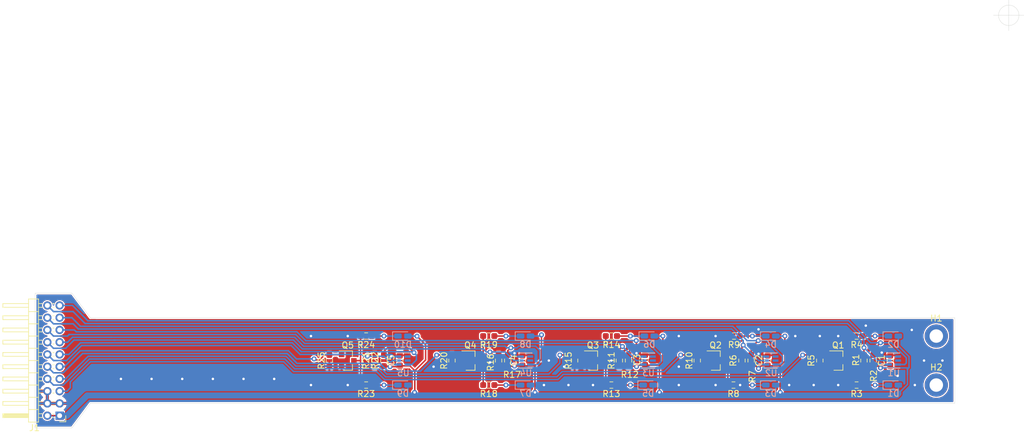
<source format=kicad_pcb>
(kicad_pcb (version 20171130) (host pcbnew "(5.1.7)-1")
  (layers (0 F.Cu signal) (31 B.Cu signal) (34 B.Paste user hide) (35 F.Paste user hide) (36 B.SilkS user hide) (37 F.SilkS user) (38 B.Mask user hide) (39 F.Mask user) (44 Edge.Cuts user))
  (net 0 "")
  (net 1 GND)
  (net 2 +3V3)
  (net 3 "Net-(D1-Pad1)")
  (net 4 "Net-(D2-Pad1)")
  (net 5 "Net-(D3-Pad1)")
  (net 6 "Net-(D4-Pad1)")
  (net 7 "Net-(D5-Pad1)")
  (net 8 "Net-(D6-Pad1)")
  (net 9 "Net-(D7-Pad1)")
  (net 10 "Net-(D8-Pad1)")
  (net 11 "Net-(D9-Pad1)")
  (net 12 "Net-(D10-Pad1)")
  (net 13 "Net-(Q1-Pad3)")
  (net 14 LED1)
  (net 15 "Net-(Q2-Pad3)")
  (net 16 LED2)
  (net 17 "Net-(Q3-Pad3)")
  (net 18 LED3)
  (net 19 "Net-(Q4-Pad3)")
  (net 20 LED4)
  (net 21 "Net-(Q5-Pad3)")
  (net 22 LED5)
  (net 23 SCL1)
  (net 24 SDA1)
  (net 25 SCL2)
  (net 26 SDA2)
  (net 27 SCL3)
  (net 28 SDA3)
  (net 29 SCL4)
  (net 30 SDA4)
  (net 31 SCL5)
  (net 32 SDA5)
  (net 33 "Net-(U1-Pad5)")
  (net 34 "Net-(U1-Pad4)")
  (net 35 "Net-(U2-Pad5)")
  (net 36 "Net-(U2-Pad4)")
  (net 37 "Net-(U3-Pad5)")
  (net 38 "Net-(U3-Pad4)")
  (net 39 "Net-(U4-Pad5)")
  (net 40 "Net-(U4-Pad4)")
  (net 41 "Net-(U5-Pad5)")
  (net 42 "Net-(U5-Pad4)")
  (module MountingHole:MountingHole_2.2mm_M2_DIN965_Pad (layer F.Cu) (at 235.4 101.5)
    (fp_text reference H2 (at 0 -2.9) (layer F.SilkS))
    (fp_text value MountingHole)
    (pad 1 thru_hole circle (at 0 0) (size 3.8 3.8) (drill 2.2) (layers *.Cu *.Mask))
  )
  (module MountingHole:MountingHole_2.2mm_M2_DIN965_Pad (layer F.Cu) (at 235.4 93.5)
    (fp_text reference H1 (at 0 -2.9) (layer F.SilkS))
    (fp_text value MountingHole)
    (pad 1 thru_hole circle (at 0 0) (size 3.8 3.8) (drill 2.2) (layers *.Cu *.Mask))
  )
  (module AMS_TCS34725FN:AMS-TCS34725FN-MFG (layer B.Cu) (at 148.4 97.5)
    (fp_text reference U5 (at -1.0375 2.037499) (layer B.SilkS) (effects (justify right mirror)))
    (fp_text value TCS34725FN hide)
    (pad 6 smd custom (at 0.75 0.649999) (size 0.4 0.4) (layers B.Cu B.Paste B.Mask) (net 32 SDA5) (options (clearance outline) (anchor circle)) (primitives (gr_poly (pts (xy 0.5 -0.2) (xy 0.5 0.2) (xy -0.3 0.2) (xy -0.315692 0.199383) (xy -0.331287 0.197538) (xy -0.346689 0.194474) (xy -0.361803 0.190211) (xy -0.376537 0.184776) (xy -0.390798 0.178201) (xy -0.4045 0.170528) (xy -0.417557 0.161803) (xy -0.42989 0.152081) (xy -0.441421 0.141421) (xy -0.452081 0.12989) (xy -0.461803 0.117557) (xy -0.470528 0.1045) (xy -0.478201 0.090798) (xy -0.484776 0.076537) (xy -0.490211 0.061803) (xy -0.494474 0.046689) (xy -0.497538 0.031287) (xy -0.499383 0.015692) (xy -0.5 0) (xy -0.499383 -0.015692) (xy -0.497538 -0.031287) (xy -0.494474 -0.046689) (xy -0.490211 -0.061803) (xy -0.484776 -0.076537) (xy -0.478201 -0.090798) (xy -0.470528 -0.1045) (xy -0.461803 -0.117557) (xy -0.452081 -0.12989) (xy -0.441421 -0.141421) (xy -0.42989 -0.152081) (xy -0.417557 -0.161803) (xy -0.4045 -0.170528) (xy -0.390798 -0.178201) (xy -0.376537 -0.184776) (xy -0.361803 -0.190211) (xy -0.346689 -0.194474) (xy -0.331287 -0.197538) (xy -0.315692 -0.199383) (xy -0.3 -0.2) (xy 0.5 -0.2)) (width 0))))
    (pad 5 smd custom (at 0.75 -0.000001) (size 0.4 0.4) (layers B.Cu B.Paste B.Mask) (net 41 "Net-(U5-Pad5)") (options (clearance outline) (anchor circle)) (primitives (gr_poly (pts (xy 0.5 -0.2) (xy 0.5 0.2) (xy -0.3 0.2) (xy -0.315692 0.199383) (xy -0.331287 0.197538) (xy -0.346689 0.194474) (xy -0.361803 0.190211) (xy -0.376537 0.184776) (xy -0.390798 0.178201) (xy -0.4045 0.170528) (xy -0.417557 0.161803) (xy -0.42989 0.152081) (xy -0.441421 0.141421) (xy -0.452081 0.12989) (xy -0.461803 0.117557) (xy -0.470528 0.1045) (xy -0.478201 0.090798) (xy -0.484776 0.076537) (xy -0.490211 0.061803) (xy -0.494474 0.046689) (xy -0.497538 0.031287) (xy -0.499383 0.015692) (xy -0.5 0) (xy -0.499383 -0.015692) (xy -0.497538 -0.031287) (xy -0.494474 -0.046689) (xy -0.490211 -0.061803) (xy -0.484776 -0.076537) (xy -0.478201 -0.090798) (xy -0.470528 -0.1045) (xy -0.461803 -0.117557) (xy -0.452081 -0.12989) (xy -0.441421 -0.141421) (xy -0.42989 -0.152081) (xy -0.417557 -0.161803) (xy -0.4045 -0.170528) (xy -0.390798 -0.178201) (xy -0.376537 -0.184776) (xy -0.361803 -0.190211) (xy -0.346689 -0.194474) (xy -0.331287 -0.197538) (xy -0.315692 -0.199383) (xy -0.3 -0.2) (xy 0.5 -0.2)) (width 0))))
    (pad 4 smd custom (at 0.75 -0.650001) (size 0.4 0.4) (layers B.Cu B.Paste B.Mask) (net 42 "Net-(U5-Pad4)") (options (clearance outline) (anchor circle)) (primitives (gr_poly (pts (xy 0.5 -0.2) (xy 0.5 0.2) (xy -0.3 0.2) (xy -0.315692 0.199383) (xy -0.331287 0.197538) (xy -0.346689 0.194474) (xy -0.361803 0.190211) (xy -0.376537 0.184776) (xy -0.390798 0.178201) (xy -0.4045 0.170528) (xy -0.417557 0.161803) (xy -0.42989 0.152081) (xy -0.441421 0.141421) (xy -0.452081 0.12989) (xy -0.461803 0.117557) (xy -0.470528 0.1045) (xy -0.478201 0.090798) (xy -0.484776 0.076537) (xy -0.490211 0.061803) (xy -0.494474 0.046689) (xy -0.497538 0.031287) (xy -0.499383 0.015692) (xy -0.5 0) (xy -0.499383 -0.015692) (xy -0.497538 -0.031287) (xy -0.494474 -0.046689) (xy -0.490211 -0.061803) (xy -0.484776 -0.076537) (xy -0.478201 -0.090798) (xy -0.470528 -0.1045) (xy -0.461803 -0.117557) (xy -0.452081 -0.12989) (xy -0.441421 -0.141421) (xy -0.42989 -0.152081) (xy -0.417557 -0.161803) (xy -0.4045 -0.170528) (xy -0.390798 -0.178201) (xy -0.376537 -0.184776) (xy -0.361803 -0.190211) (xy -0.346689 -0.194474) (xy -0.331287 -0.197538) (xy -0.315692 -0.199383) (xy -0.3 -0.2) (xy 0.5 -0.2)) (width 0))))
    (pad 3 smd custom (at -0.75 -0.650001) (size 0.4 0.4) (layers B.Cu B.Paste B.Mask) (net 1 GND) (options (clearance outline) (anchor circle)) (primitives (gr_poly (pts (xy -0.5 0.2) (xy -0.5 -0.2) (xy 0.3 -0.2) (xy 0.315692 -0.199383) (xy 0.331287 -0.197538) (xy 0.346689 -0.194474) (xy 0.361803 -0.190211) (xy 0.376537 -0.184776) (xy 0.390798 -0.178201) (xy 0.4045 -0.170528) (xy 0.417557 -0.161803) (xy 0.42989 -0.152081) (xy 0.441421 -0.141421) (xy 0.452081 -0.12989) (xy 0.461803 -0.117557) (xy 0.470528 -0.1045) (xy 0.478201 -0.090798) (xy 0.484776 -0.076537) (xy 0.490211 -0.061803) (xy 0.494474 -0.046689) (xy 0.497538 -0.031287) (xy 0.499383 -0.015692) (xy 0.5 0) (xy 0.499383 0.015692) (xy 0.497538 0.031287) (xy 0.494474 0.046689) (xy 0.490211 0.061803) (xy 0.484776 0.076537) (xy 0.478201 0.090798) (xy 0.470528 0.1045) (xy 0.461803 0.117557) (xy 0.452081 0.12989) (xy 0.441421 0.141421) (xy 0.42989 0.152081) (xy 0.417557 0.161803) (xy 0.4045 0.170528) (xy 0.390798 0.178201) (xy 0.376537 0.184776) (xy 0.361803 0.190211) (xy 0.346689 0.194474) (xy 0.331287 0.197538) (xy 0.315692 0.199383) (xy 0.3 0.2) (xy -0.5 0.2)) (width 0))))
    (pad 2 smd custom (at -0.75 -0.000001) (size 0.4 0.4) (layers B.Cu B.Paste B.Mask) (net 31 SCL5) (options (clearance outline) (anchor circle)) (primitives (gr_poly (pts (xy -0.5 0.2) (xy -0.5 -0.2) (xy 0.3 -0.2) (xy 0.315692 -0.199383) (xy 0.331287 -0.197538) (xy 0.346689 -0.194474) (xy 0.361803 -0.190211) (xy 0.376537 -0.184776) (xy 0.390798 -0.178201) (xy 0.4045 -0.170528) (xy 0.417557 -0.161803) (xy 0.42989 -0.152081) (xy 0.441421 -0.141421) (xy 0.452081 -0.12989) (xy 0.461803 -0.117557) (xy 0.470528 -0.1045) (xy 0.478201 -0.090798) (xy 0.484776 -0.076537) (xy 0.490211 -0.061803) (xy 0.494474 -0.046689) (xy 0.497538 -0.031287) (xy 0.499383 -0.015692) (xy 0.5 0) (xy 0.499383 0.015692) (xy 0.497538 0.031287) (xy 0.494474 0.046689) (xy 0.490211 0.061803) (xy 0.484776 0.076537) (xy 0.478201 0.090798) (xy 0.470528 0.1045) (xy 0.461803 0.117557) (xy 0.452081 0.12989) (xy 0.441421 0.141421) (xy 0.42989 0.152081) (xy 0.417557 0.161803) (xy 0.4045 0.170528) (xy 0.390798 0.178201) (xy 0.376537 0.184776) (xy 0.361803 0.190211) (xy 0.346689 0.194474) (xy 0.331287 0.197538) (xy 0.315692 0.199383) (xy 0.3 0.2) (xy -0.5 0.2)) (width 0))))
    (pad 1 smd rect (at -0.75 0.649999) (size 1 0.4) (layers B.Cu B.Paste B.Mask) (net 2 +3V3))
  )
  (module AMS_TCS34725FN:AMS-TCS34725FN-MFG (layer B.Cu) (at 168.4 97.5)
    (fp_text reference U4 (at -1.0375 2.037499) (layer B.SilkS) (effects (justify right mirror)))
    (fp_text value TCS34725FN hide)
    (pad 6 smd custom (at 0.75 0.649999) (size 0.4 0.4) (layers B.Cu B.Paste B.Mask) (net 30 SDA4) (options (clearance outline) (anchor circle)) (primitives (gr_poly (pts (xy 0.5 -0.2) (xy 0.5 0.2) (xy -0.3 0.2) (xy -0.315692 0.199383) (xy -0.331287 0.197538) (xy -0.346689 0.194474) (xy -0.361803 0.190211) (xy -0.376537 0.184776) (xy -0.390798 0.178201) (xy -0.4045 0.170528) (xy -0.417557 0.161803) (xy -0.42989 0.152081) (xy -0.441421 0.141421) (xy -0.452081 0.12989) (xy -0.461803 0.117557) (xy -0.470528 0.1045) (xy -0.478201 0.090798) (xy -0.484776 0.076537) (xy -0.490211 0.061803) (xy -0.494474 0.046689) (xy -0.497538 0.031287) (xy -0.499383 0.015692) (xy -0.5 0) (xy -0.499383 -0.015692) (xy -0.497538 -0.031287) (xy -0.494474 -0.046689) (xy -0.490211 -0.061803) (xy -0.484776 -0.076537) (xy -0.478201 -0.090798) (xy -0.470528 -0.1045) (xy -0.461803 -0.117557) (xy -0.452081 -0.12989) (xy -0.441421 -0.141421) (xy -0.42989 -0.152081) (xy -0.417557 -0.161803) (xy -0.4045 -0.170528) (xy -0.390798 -0.178201) (xy -0.376537 -0.184776) (xy -0.361803 -0.190211) (xy -0.346689 -0.194474) (xy -0.331287 -0.197538) (xy -0.315692 -0.199383) (xy -0.3 -0.2) (xy 0.5 -0.2)) (width 0))))
    (pad 5 smd custom (at 0.75 -0.000001) (size 0.4 0.4) (layers B.Cu B.Paste B.Mask) (net 39 "Net-(U4-Pad5)") (options (clearance outline) (anchor circle)) (primitives (gr_poly (pts (xy 0.5 -0.2) (xy 0.5 0.2) (xy -0.3 0.2) (xy -0.315692 0.199383) (xy -0.331287 0.197538) (xy -0.346689 0.194474) (xy -0.361803 0.190211) (xy -0.376537 0.184776) (xy -0.390798 0.178201) (xy -0.4045 0.170528) (xy -0.417557 0.161803) (xy -0.42989 0.152081) (xy -0.441421 0.141421) (xy -0.452081 0.12989) (xy -0.461803 0.117557) (xy -0.470528 0.1045) (xy -0.478201 0.090798) (xy -0.484776 0.076537) (xy -0.490211 0.061803) (xy -0.494474 0.046689) (xy -0.497538 0.031287) (xy -0.499383 0.015692) (xy -0.5 0) (xy -0.499383 -0.015692) (xy -0.497538 -0.031287) (xy -0.494474 -0.046689) (xy -0.490211 -0.061803) (xy -0.484776 -0.076537) (xy -0.478201 -0.090798) (xy -0.470528 -0.1045) (xy -0.461803 -0.117557) (xy -0.452081 -0.12989) (xy -0.441421 -0.141421) (xy -0.42989 -0.152081) (xy -0.417557 -0.161803) (xy -0.4045 -0.170528) (xy -0.390798 -0.178201) (xy -0.376537 -0.184776) (xy -0.361803 -0.190211) (xy -0.346689 -0.194474) (xy -0.331287 -0.197538) (xy -0.315692 -0.199383) (xy -0.3 -0.2) (xy 0.5 -0.2)) (width 0))))
    (pad 4 smd custom (at 0.75 -0.650001) (size 0.4 0.4) (layers B.Cu B.Paste B.Mask) (net 40 "Net-(U4-Pad4)") (options (clearance outline) (anchor circle)) (primitives (gr_poly (pts (xy 0.5 -0.2) (xy 0.5 0.2) (xy -0.3 0.2) (xy -0.315692 0.199383) (xy -0.331287 0.197538) (xy -0.346689 0.194474) (xy -0.361803 0.190211) (xy -0.376537 0.184776) (xy -0.390798 0.178201) (xy -0.4045 0.170528) (xy -0.417557 0.161803) (xy -0.42989 0.152081) (xy -0.441421 0.141421) (xy -0.452081 0.12989) (xy -0.461803 0.117557) (xy -0.470528 0.1045) (xy -0.478201 0.090798) (xy -0.484776 0.076537) (xy -0.490211 0.061803) (xy -0.494474 0.046689) (xy -0.497538 0.031287) (xy -0.499383 0.015692) (xy -0.5 0) (xy -0.499383 -0.015692) (xy -0.497538 -0.031287) (xy -0.494474 -0.046689) (xy -0.490211 -0.061803) (xy -0.484776 -0.076537) (xy -0.478201 -0.090798) (xy -0.470528 -0.1045) (xy -0.461803 -0.117557) (xy -0.452081 -0.12989) (xy -0.441421 -0.141421) (xy -0.42989 -0.152081) (xy -0.417557 -0.161803) (xy -0.4045 -0.170528) (xy -0.390798 -0.178201) (xy -0.376537 -0.184776) (xy -0.361803 -0.190211) (xy -0.346689 -0.194474) (xy -0.331287 -0.197538) (xy -0.315692 -0.199383) (xy -0.3 -0.2) (xy 0.5 -0.2)) (width 0))))
    (pad 3 smd custom (at -0.75 -0.650001) (size 0.4 0.4) (layers B.Cu B.Paste B.Mask) (net 1 GND) (options (clearance outline) (anchor circle)) (primitives (gr_poly (pts (xy -0.5 0.2) (xy -0.5 -0.2) (xy 0.3 -0.2) (xy 0.315692 -0.199383) (xy 0.331287 -0.197538) (xy 0.346689 -0.194474) (xy 0.361803 -0.190211) (xy 0.376537 -0.184776) (xy 0.390798 -0.178201) (xy 0.4045 -0.170528) (xy 0.417557 -0.161803) (xy 0.42989 -0.152081) (xy 0.441421 -0.141421) (xy 0.452081 -0.12989) (xy 0.461803 -0.117557) (xy 0.470528 -0.1045) (xy 0.478201 -0.090798) (xy 0.484776 -0.076537) (xy 0.490211 -0.061803) (xy 0.494474 -0.046689) (xy 0.497538 -0.031287) (xy 0.499383 -0.015692) (xy 0.5 0) (xy 0.499383 0.015692) (xy 0.497538 0.031287) (xy 0.494474 0.046689) (xy 0.490211 0.061803) (xy 0.484776 0.076537) (xy 0.478201 0.090798) (xy 0.470528 0.1045) (xy 0.461803 0.117557) (xy 0.452081 0.12989) (xy 0.441421 0.141421) (xy 0.42989 0.152081) (xy 0.417557 0.161803) (xy 0.4045 0.170528) (xy 0.390798 0.178201) (xy 0.376537 0.184776) (xy 0.361803 0.190211) (xy 0.346689 0.194474) (xy 0.331287 0.197538) (xy 0.315692 0.199383) (xy 0.3 0.2) (xy -0.5 0.2)) (width 0))))
    (pad 2 smd custom (at -0.75 -0.000001) (size 0.4 0.4) (layers B.Cu B.Paste B.Mask) (net 29 SCL4) (options (clearance outline) (anchor circle)) (primitives (gr_poly (pts (xy -0.5 0.2) (xy -0.5 -0.2) (xy 0.3 -0.2) (xy 0.315692 -0.199383) (xy 0.331287 -0.197538) (xy 0.346689 -0.194474) (xy 0.361803 -0.190211) (xy 0.376537 -0.184776) (xy 0.390798 -0.178201) (xy 0.4045 -0.170528) (xy 0.417557 -0.161803) (xy 0.42989 -0.152081) (xy 0.441421 -0.141421) (xy 0.452081 -0.12989) (xy 0.461803 -0.117557) (xy 0.470528 -0.1045) (xy 0.478201 -0.090798) (xy 0.484776 -0.076537) (xy 0.490211 -0.061803) (xy 0.494474 -0.046689) (xy 0.497538 -0.031287) (xy 0.499383 -0.015692) (xy 0.5 0) (xy 0.499383 0.015692) (xy 0.497538 0.031287) (xy 0.494474 0.046689) (xy 0.490211 0.061803) (xy 0.484776 0.076537) (xy 0.478201 0.090798) (xy 0.470528 0.1045) (xy 0.461803 0.117557) (xy 0.452081 0.12989) (xy 0.441421 0.141421) (xy 0.42989 0.152081) (xy 0.417557 0.161803) (xy 0.4045 0.170528) (xy 0.390798 0.178201) (xy 0.376537 0.184776) (xy 0.361803 0.190211) (xy 0.346689 0.194474) (xy 0.331287 0.197538) (xy 0.315692 0.199383) (xy 0.3 0.2) (xy -0.5 0.2)) (width 0))))
    (pad 1 smd rect (at -0.75 0.649999) (size 1 0.4) (layers B.Cu B.Paste B.Mask) (net 2 +3V3))
  )
  (module AMS_TCS34725FN:AMS-TCS34725FN-MFG (layer B.Cu) (at 188.4 97.5)
    (fp_text reference U3 (at -1.0375 2.037499) (layer B.SilkS) (effects (justify right mirror)))
    (fp_text value TCS34725FN hide)
    (pad 6 smd custom (at 0.75 0.649999) (size 0.4 0.4) (layers B.Cu B.Paste B.Mask) (net 28 SDA3) (options (clearance outline) (anchor circle)) (primitives (gr_poly (pts (xy 0.5 -0.2) (xy 0.5 0.2) (xy -0.3 0.2) (xy -0.315692 0.199383) (xy -0.331287 0.197538) (xy -0.346689 0.194474) (xy -0.361803 0.190211) (xy -0.376537 0.184776) (xy -0.390798 0.178201) (xy -0.4045 0.170528) (xy -0.417557 0.161803) (xy -0.42989 0.152081) (xy -0.441421 0.141421) (xy -0.452081 0.12989) (xy -0.461803 0.117557) (xy -0.470528 0.1045) (xy -0.478201 0.090798) (xy -0.484776 0.076537) (xy -0.490211 0.061803) (xy -0.494474 0.046689) (xy -0.497538 0.031287) (xy -0.499383 0.015692) (xy -0.5 0) (xy -0.499383 -0.015692) (xy -0.497538 -0.031287) (xy -0.494474 -0.046689) (xy -0.490211 -0.061803) (xy -0.484776 -0.076537) (xy -0.478201 -0.090798) (xy -0.470528 -0.1045) (xy -0.461803 -0.117557) (xy -0.452081 -0.12989) (xy -0.441421 -0.141421) (xy -0.42989 -0.152081) (xy -0.417557 -0.161803) (xy -0.4045 -0.170528) (xy -0.390798 -0.178201) (xy -0.376537 -0.184776) (xy -0.361803 -0.190211) (xy -0.346689 -0.194474) (xy -0.331287 -0.197538) (xy -0.315692 -0.199383) (xy -0.3 -0.2) (xy 0.5 -0.2)) (width 0))))
    (pad 5 smd custom (at 0.75 -0.000001) (size 0.4 0.4) (layers B.Cu B.Paste B.Mask) (net 37 "Net-(U3-Pad5)") (options (clearance outline) (anchor circle)) (primitives (gr_poly (pts (xy 0.5 -0.2) (xy 0.5 0.2) (xy -0.3 0.2) (xy -0.315692 0.199383) (xy -0.331287 0.197538) (xy -0.346689 0.194474) (xy -0.361803 0.190211) (xy -0.376537 0.184776) (xy -0.390798 0.178201) (xy -0.4045 0.170528) (xy -0.417557 0.161803) (xy -0.42989 0.152081) (xy -0.441421 0.141421) (xy -0.452081 0.12989) (xy -0.461803 0.117557) (xy -0.470528 0.1045) (xy -0.478201 0.090798) (xy -0.484776 0.076537) (xy -0.490211 0.061803) (xy -0.494474 0.046689) (xy -0.497538 0.031287) (xy -0.499383 0.015692) (xy -0.5 0) (xy -0.499383 -0.015692) (xy -0.497538 -0.031287) (xy -0.494474 -0.046689) (xy -0.490211 -0.061803) (xy -0.484776 -0.076537) (xy -0.478201 -0.090798) (xy -0.470528 -0.1045) (xy -0.461803 -0.117557) (xy -0.452081 -0.12989) (xy -0.441421 -0.141421) (xy -0.42989 -0.152081) (xy -0.417557 -0.161803) (xy -0.4045 -0.170528) (xy -0.390798 -0.178201) (xy -0.376537 -0.184776) (xy -0.361803 -0.190211) (xy -0.346689 -0.194474) (xy -0.331287 -0.197538) (xy -0.315692 -0.199383) (xy -0.3 -0.2) (xy 0.5 -0.2)) (width 0))))
    (pad 4 smd custom (at 0.75 -0.650001) (size 0.4 0.4) (layers B.Cu B.Paste B.Mask) (net 38 "Net-(U3-Pad4)") (options (clearance outline) (anchor circle)) (primitives (gr_poly (pts (xy 0.5 -0.2) (xy 0.5 0.2) (xy -0.3 0.2) (xy -0.315692 0.199383) (xy -0.331287 0.197538) (xy -0.346689 0.194474) (xy -0.361803 0.190211) (xy -0.376537 0.184776) (xy -0.390798 0.178201) (xy -0.4045 0.170528) (xy -0.417557 0.161803) (xy -0.42989 0.152081) (xy -0.441421 0.141421) (xy -0.452081 0.12989) (xy -0.461803 0.117557) (xy -0.470528 0.1045) (xy -0.478201 0.090798) (xy -0.484776 0.076537) (xy -0.490211 0.061803) (xy -0.494474 0.046689) (xy -0.497538 0.031287) (xy -0.499383 0.015692) (xy -0.5 0) (xy -0.499383 -0.015692) (xy -0.497538 -0.031287) (xy -0.494474 -0.046689) (xy -0.490211 -0.061803) (xy -0.484776 -0.076537) (xy -0.478201 -0.090798) (xy -0.470528 -0.1045) (xy -0.461803 -0.117557) (xy -0.452081 -0.12989) (xy -0.441421 -0.141421) (xy -0.42989 -0.152081) (xy -0.417557 -0.161803) (xy -0.4045 -0.170528) (xy -0.390798 -0.178201) (xy -0.376537 -0.184776) (xy -0.361803 -0.190211) (xy -0.346689 -0.194474) (xy -0.331287 -0.197538) (xy -0.315692 -0.199383) (xy -0.3 -0.2) (xy 0.5 -0.2)) (width 0))))
    (pad 3 smd custom (at -0.75 -0.650001) (size 0.4 0.4) (layers B.Cu B.Paste B.Mask) (net 1 GND) (options (clearance outline) (anchor circle)) (primitives (gr_poly (pts (xy -0.5 0.2) (xy -0.5 -0.2) (xy 0.3 -0.2) (xy 0.315692 -0.199383) (xy 0.331287 -0.197538) (xy 0.346689 -0.194474) (xy 0.361803 -0.190211) (xy 0.376537 -0.184776) (xy 0.390798 -0.178201) (xy 0.4045 -0.170528) (xy 0.417557 -0.161803) (xy 0.42989 -0.152081) (xy 0.441421 -0.141421) (xy 0.452081 -0.12989) (xy 0.461803 -0.117557) (xy 0.470528 -0.1045) (xy 0.478201 -0.090798) (xy 0.484776 -0.076537) (xy 0.490211 -0.061803) (xy 0.494474 -0.046689) (xy 0.497538 -0.031287) (xy 0.499383 -0.015692) (xy 0.5 0) (xy 0.499383 0.015692) (xy 0.497538 0.031287) (xy 0.494474 0.046689) (xy 0.490211 0.061803) (xy 0.484776 0.076537) (xy 0.478201 0.090798) (xy 0.470528 0.1045) (xy 0.461803 0.117557) (xy 0.452081 0.12989) (xy 0.441421 0.141421) (xy 0.42989 0.152081) (xy 0.417557 0.161803) (xy 0.4045 0.170528) (xy 0.390798 0.178201) (xy 0.376537 0.184776) (xy 0.361803 0.190211) (xy 0.346689 0.194474) (xy 0.331287 0.197538) (xy 0.315692 0.199383) (xy 0.3 0.2) (xy -0.5 0.2)) (width 0))))
    (pad 2 smd custom (at -0.75 -0.000001) (size 0.4 0.4) (layers B.Cu B.Paste B.Mask) (net 27 SCL3) (options (clearance outline) (anchor circle)) (primitives (gr_poly (pts (xy -0.5 0.2) (xy -0.5 -0.2) (xy 0.3 -0.2) (xy 0.315692 -0.199383) (xy 0.331287 -0.197538) (xy 0.346689 -0.194474) (xy 0.361803 -0.190211) (xy 0.376537 -0.184776) (xy 0.390798 -0.178201) (xy 0.4045 -0.170528) (xy 0.417557 -0.161803) (xy 0.42989 -0.152081) (xy 0.441421 -0.141421) (xy 0.452081 -0.12989) (xy 0.461803 -0.117557) (xy 0.470528 -0.1045) (xy 0.478201 -0.090798) (xy 0.484776 -0.076537) (xy 0.490211 -0.061803) (xy 0.494474 -0.046689) (xy 0.497538 -0.031287) (xy 0.499383 -0.015692) (xy 0.5 0) (xy 0.499383 0.015692) (xy 0.497538 0.031287) (xy 0.494474 0.046689) (xy 0.490211 0.061803) (xy 0.484776 0.076537) (xy 0.478201 0.090798) (xy 0.470528 0.1045) (xy 0.461803 0.117557) (xy 0.452081 0.12989) (xy 0.441421 0.141421) (xy 0.42989 0.152081) (xy 0.417557 0.161803) (xy 0.4045 0.170528) (xy 0.390798 0.178201) (xy 0.376537 0.184776) (xy 0.361803 0.190211) (xy 0.346689 0.194474) (xy 0.331287 0.197538) (xy 0.315692 0.199383) (xy 0.3 0.2) (xy -0.5 0.2)) (width 0))))
    (pad 1 smd rect (at -0.75 0.649999) (size 1 0.4) (layers B.Cu B.Paste B.Mask) (net 2 +3V3))
  )
  (module AMS_TCS34725FN:AMS-TCS34725FN-MFG (layer B.Cu) (at 208.4 97.5)
    (fp_text reference U2 (at -1.0375 2.037499) (layer B.SilkS) (effects (justify right mirror)))
    (fp_text value TCS34725FN hide)
    (pad 6 smd custom (at 0.75 0.649999) (size 0.4 0.4) (layers B.Cu B.Paste B.Mask) (net 26 SDA2) (options (clearance outline) (anchor circle)) (primitives (gr_poly (pts (xy 0.5 -0.2) (xy 0.5 0.2) (xy -0.3 0.2) (xy -0.315692 0.199383) (xy -0.331287 0.197538) (xy -0.346689 0.194474) (xy -0.361803 0.190211) (xy -0.376537 0.184776) (xy -0.390798 0.178201) (xy -0.4045 0.170528) (xy -0.417557 0.161803) (xy -0.42989 0.152081) (xy -0.441421 0.141421) (xy -0.452081 0.12989) (xy -0.461803 0.117557) (xy -0.470528 0.1045) (xy -0.478201 0.090798) (xy -0.484776 0.076537) (xy -0.490211 0.061803) (xy -0.494474 0.046689) (xy -0.497538 0.031287) (xy -0.499383 0.015692) (xy -0.5 0) (xy -0.499383 -0.015692) (xy -0.497538 -0.031287) (xy -0.494474 -0.046689) (xy -0.490211 -0.061803) (xy -0.484776 -0.076537) (xy -0.478201 -0.090798) (xy -0.470528 -0.1045) (xy -0.461803 -0.117557) (xy -0.452081 -0.12989) (xy -0.441421 -0.141421) (xy -0.42989 -0.152081) (xy -0.417557 -0.161803) (xy -0.4045 -0.170528) (xy -0.390798 -0.178201) (xy -0.376537 -0.184776) (xy -0.361803 -0.190211) (xy -0.346689 -0.194474) (xy -0.331287 -0.197538) (xy -0.315692 -0.199383) (xy -0.3 -0.2) (xy 0.5 -0.2)) (width 0))))
    (pad 5 smd custom (at 0.75 -0.000001) (size 0.4 0.4) (layers B.Cu B.Paste B.Mask) (net 35 "Net-(U2-Pad5)") (options (clearance outline) (anchor circle)) (primitives (gr_poly (pts (xy 0.5 -0.2) (xy 0.5 0.2) (xy -0.3 0.2) (xy -0.315692 0.199383) (xy -0.331287 0.197538) (xy -0.346689 0.194474) (xy -0.361803 0.190211) (xy -0.376537 0.184776) (xy -0.390798 0.178201) (xy -0.4045 0.170528) (xy -0.417557 0.161803) (xy -0.42989 0.152081) (xy -0.441421 0.141421) (xy -0.452081 0.12989) (xy -0.461803 0.117557) (xy -0.470528 0.1045) (xy -0.478201 0.090798) (xy -0.484776 0.076537) (xy -0.490211 0.061803) (xy -0.494474 0.046689) (xy -0.497538 0.031287) (xy -0.499383 0.015692) (xy -0.5 0) (xy -0.499383 -0.015692) (xy -0.497538 -0.031287) (xy -0.494474 -0.046689) (xy -0.490211 -0.061803) (xy -0.484776 -0.076537) (xy -0.478201 -0.090798) (xy -0.470528 -0.1045) (xy -0.461803 -0.117557) (xy -0.452081 -0.12989) (xy -0.441421 -0.141421) (xy -0.42989 -0.152081) (xy -0.417557 -0.161803) (xy -0.4045 -0.170528) (xy -0.390798 -0.178201) (xy -0.376537 -0.184776) (xy -0.361803 -0.190211) (xy -0.346689 -0.194474) (xy -0.331287 -0.197538) (xy -0.315692 -0.199383) (xy -0.3 -0.2) (xy 0.5 -0.2)) (width 0))))
    (pad 4 smd custom (at 0.75 -0.650001) (size 0.4 0.4) (layers B.Cu B.Paste B.Mask) (net 36 "Net-(U2-Pad4)") (options (clearance outline) (anchor circle)) (primitives (gr_poly (pts (xy 0.5 -0.2) (xy 0.5 0.2) (xy -0.3 0.2) (xy -0.315692 0.199383) (xy -0.331287 0.197538) (xy -0.346689 0.194474) (xy -0.361803 0.190211) (xy -0.376537 0.184776) (xy -0.390798 0.178201) (xy -0.4045 0.170528) (xy -0.417557 0.161803) (xy -0.42989 0.152081) (xy -0.441421 0.141421) (xy -0.452081 0.12989) (xy -0.461803 0.117557) (xy -0.470528 0.1045) (xy -0.478201 0.090798) (xy -0.484776 0.076537) (xy -0.490211 0.061803) (xy -0.494474 0.046689) (xy -0.497538 0.031287) (xy -0.499383 0.015692) (xy -0.5 0) (xy -0.499383 -0.015692) (xy -0.497538 -0.031287) (xy -0.494474 -0.046689) (xy -0.490211 -0.061803) (xy -0.484776 -0.076537) (xy -0.478201 -0.090798) (xy -0.470528 -0.1045) (xy -0.461803 -0.117557) (xy -0.452081 -0.12989) (xy -0.441421 -0.141421) (xy -0.42989 -0.152081) (xy -0.417557 -0.161803) (xy -0.4045 -0.170528) (xy -0.390798 -0.178201) (xy -0.376537 -0.184776) (xy -0.361803 -0.190211) (xy -0.346689 -0.194474) (xy -0.331287 -0.197538) (xy -0.315692 -0.199383) (xy -0.3 -0.2) (xy 0.5 -0.2)) (width 0))))
    (pad 3 smd custom (at -0.75 -0.650001) (size 0.4 0.4) (layers B.Cu B.Paste B.Mask) (net 1 GND) (options (clearance outline) (anchor circle)) (primitives (gr_poly (pts (xy -0.5 0.2) (xy -0.5 -0.2) (xy 0.3 -0.2) (xy 0.315692 -0.199383) (xy 0.331287 -0.197538) (xy 0.346689 -0.194474) (xy 0.361803 -0.190211) (xy 0.376537 -0.184776) (xy 0.390798 -0.178201) (xy 0.4045 -0.170528) (xy 0.417557 -0.161803) (xy 0.42989 -0.152081) (xy 0.441421 -0.141421) (xy 0.452081 -0.12989) (xy 0.461803 -0.117557) (xy 0.470528 -0.1045) (xy 0.478201 -0.090798) (xy 0.484776 -0.076537) (xy 0.490211 -0.061803) (xy 0.494474 -0.046689) (xy 0.497538 -0.031287) (xy 0.499383 -0.015692) (xy 0.5 0) (xy 0.499383 0.015692) (xy 0.497538 0.031287) (xy 0.494474 0.046689) (xy 0.490211 0.061803) (xy 0.484776 0.076537) (xy 0.478201 0.090798) (xy 0.470528 0.1045) (xy 0.461803 0.117557) (xy 0.452081 0.12989) (xy 0.441421 0.141421) (xy 0.42989 0.152081) (xy 0.417557 0.161803) (xy 0.4045 0.170528) (xy 0.390798 0.178201) (xy 0.376537 0.184776) (xy 0.361803 0.190211) (xy 0.346689 0.194474) (xy 0.331287 0.197538) (xy 0.315692 0.199383) (xy 0.3 0.2) (xy -0.5 0.2)) (width 0))))
    (pad 2 smd custom (at -0.75 -0.000001) (size 0.4 0.4) (layers B.Cu B.Paste B.Mask) (net 25 SCL2) (options (clearance outline) (anchor circle)) (primitives (gr_poly (pts (xy -0.5 0.2) (xy -0.5 -0.2) (xy 0.3 -0.2) (xy 0.315692 -0.199383) (xy 0.331287 -0.197538) (xy 0.346689 -0.194474) (xy 0.361803 -0.190211) (xy 0.376537 -0.184776) (xy 0.390798 -0.178201) (xy 0.4045 -0.170528) (xy 0.417557 -0.161803) (xy 0.42989 -0.152081) (xy 0.441421 -0.141421) (xy 0.452081 -0.12989) (xy 0.461803 -0.117557) (xy 0.470528 -0.1045) (xy 0.478201 -0.090798) (xy 0.484776 -0.076537) (xy 0.490211 -0.061803) (xy 0.494474 -0.046689) (xy 0.497538 -0.031287) (xy 0.499383 -0.015692) (xy 0.5 0) (xy 0.499383 0.015692) (xy 0.497538 0.031287) (xy 0.494474 0.046689) (xy 0.490211 0.061803) (xy 0.484776 0.076537) (xy 0.478201 0.090798) (xy 0.470528 0.1045) (xy 0.461803 0.117557) (xy 0.452081 0.12989) (xy 0.441421 0.141421) (xy 0.42989 0.152081) (xy 0.417557 0.161803) (xy 0.4045 0.170528) (xy 0.390798 0.178201) (xy 0.376537 0.184776) (xy 0.361803 0.190211) (xy 0.346689 0.194474) (xy 0.331287 0.197538) (xy 0.315692 0.199383) (xy 0.3 0.2) (xy -0.5 0.2)) (width 0))))
    (pad 1 smd rect (at -0.75 0.649999) (size 1 0.4) (layers B.Cu B.Paste B.Mask) (net 2 +3V3))
  )
  (module AMS_TCS34725FN:AMS-TCS34725FN-MFG (layer B.Cu) (at 228.4 97.5)
    (fp_text reference U1 (at -1.0375 2.037499) (layer B.SilkS) (effects (justify right mirror)))
    (fp_text value TCS34725FN hide)
    (pad 6 smd custom (at 0.75 0.649999) (size 0.4 0.4) (layers B.Cu B.Paste B.Mask) (net 24 SDA1) (options (clearance outline) (anchor circle)) (primitives (gr_poly (pts (xy 0.5 -0.2) (xy 0.5 0.2) (xy -0.3 0.2) (xy -0.315692 0.199383) (xy -0.331287 0.197538) (xy -0.346689 0.194474) (xy -0.361803 0.190211) (xy -0.376537 0.184776) (xy -0.390798 0.178201) (xy -0.4045 0.170528) (xy -0.417557 0.161803) (xy -0.42989 0.152081) (xy -0.441421 0.141421) (xy -0.452081 0.12989) (xy -0.461803 0.117557) (xy -0.470528 0.1045) (xy -0.478201 0.090798) (xy -0.484776 0.076537) (xy -0.490211 0.061803) (xy -0.494474 0.046689) (xy -0.497538 0.031287) (xy -0.499383 0.015692) (xy -0.5 0) (xy -0.499383 -0.015692) (xy -0.497538 -0.031287) (xy -0.494474 -0.046689) (xy -0.490211 -0.061803) (xy -0.484776 -0.076537) (xy -0.478201 -0.090798) (xy -0.470528 -0.1045) (xy -0.461803 -0.117557) (xy -0.452081 -0.12989) (xy -0.441421 -0.141421) (xy -0.42989 -0.152081) (xy -0.417557 -0.161803) (xy -0.4045 -0.170528) (xy -0.390798 -0.178201) (xy -0.376537 -0.184776) (xy -0.361803 -0.190211) (xy -0.346689 -0.194474) (xy -0.331287 -0.197538) (xy -0.315692 -0.199383) (xy -0.3 -0.2) (xy 0.5 -0.2)) (width 0))))
    (pad 5 smd custom (at 0.75 -0.000001) (size 0.4 0.4) (layers B.Cu B.Paste B.Mask) (net 33 "Net-(U1-Pad5)") (options (clearance outline) (anchor circle)) (primitives (gr_poly (pts (xy 0.5 -0.2) (xy 0.5 0.2) (xy -0.3 0.2) (xy -0.315692 0.199383) (xy -0.331287 0.197538) (xy -0.346689 0.194474) (xy -0.361803 0.190211) (xy -0.376537 0.184776) (xy -0.390798 0.178201) (xy -0.4045 0.170528) (xy -0.417557 0.161803) (xy -0.42989 0.152081) (xy -0.441421 0.141421) (xy -0.452081 0.12989) (xy -0.461803 0.117557) (xy -0.470528 0.1045) (xy -0.478201 0.090798) (xy -0.484776 0.076537) (xy -0.490211 0.061803) (xy -0.494474 0.046689) (xy -0.497538 0.031287) (xy -0.499383 0.015692) (xy -0.5 0) (xy -0.499383 -0.015692) (xy -0.497538 -0.031287) (xy -0.494474 -0.046689) (xy -0.490211 -0.061803) (xy -0.484776 -0.076537) (xy -0.478201 -0.090798) (xy -0.470528 -0.1045) (xy -0.461803 -0.117557) (xy -0.452081 -0.12989) (xy -0.441421 -0.141421) (xy -0.42989 -0.152081) (xy -0.417557 -0.161803) (xy -0.4045 -0.170528) (xy -0.390798 -0.178201) (xy -0.376537 -0.184776) (xy -0.361803 -0.190211) (xy -0.346689 -0.194474) (xy -0.331287 -0.197538) (xy -0.315692 -0.199383) (xy -0.3 -0.2) (xy 0.5 -0.2)) (width 0))))
    (pad 4 smd custom (at 0.75 -0.650001) (size 0.4 0.4) (layers B.Cu B.Paste B.Mask) (net 34 "Net-(U1-Pad4)") (options (clearance outline) (anchor circle)) (primitives (gr_poly (pts (xy 0.5 -0.2) (xy 0.5 0.2) (xy -0.3 0.2) (xy -0.315692 0.199383) (xy -0.331287 0.197538) (xy -0.346689 0.194474) (xy -0.361803 0.190211) (xy -0.376537 0.184776) (xy -0.390798 0.178201) (xy -0.4045 0.170528) (xy -0.417557 0.161803) (xy -0.42989 0.152081) (xy -0.441421 0.141421) (xy -0.452081 0.12989) (xy -0.461803 0.117557) (xy -0.470528 0.1045) (xy -0.478201 0.090798) (xy -0.484776 0.076537) (xy -0.490211 0.061803) (xy -0.494474 0.046689) (xy -0.497538 0.031287) (xy -0.499383 0.015692) (xy -0.5 0) (xy -0.499383 -0.015692) (xy -0.497538 -0.031287) (xy -0.494474 -0.046689) (xy -0.490211 -0.061803) (xy -0.484776 -0.076537) (xy -0.478201 -0.090798) (xy -0.470528 -0.1045) (xy -0.461803 -0.117557) (xy -0.452081 -0.12989) (xy -0.441421 -0.141421) (xy -0.42989 -0.152081) (xy -0.417557 -0.161803) (xy -0.4045 -0.170528) (xy -0.390798 -0.178201) (xy -0.376537 -0.184776) (xy -0.361803 -0.190211) (xy -0.346689 -0.194474) (xy -0.331287 -0.197538) (xy -0.315692 -0.199383) (xy -0.3 -0.2) (xy 0.5 -0.2)) (width 0))))
    (pad 3 smd custom (at -0.75 -0.650001) (size 0.4 0.4) (layers B.Cu B.Paste B.Mask) (net 1 GND) (options (clearance outline) (anchor circle)) (primitives (gr_poly (pts (xy -0.5 0.2) (xy -0.5 -0.2) (xy 0.3 -0.2) (xy 0.315692 -0.199383) (xy 0.331287 -0.197538) (xy 0.346689 -0.194474) (xy 0.361803 -0.190211) (xy 0.376537 -0.184776) (xy 0.390798 -0.178201) (xy 0.4045 -0.170528) (xy 0.417557 -0.161803) (xy 0.42989 -0.152081) (xy 0.441421 -0.141421) (xy 0.452081 -0.12989) (xy 0.461803 -0.117557) (xy 0.470528 -0.1045) (xy 0.478201 -0.090798) (xy 0.484776 -0.076537) (xy 0.490211 -0.061803) (xy 0.494474 -0.046689) (xy 0.497538 -0.031287) (xy 0.499383 -0.015692) (xy 0.5 0) (xy 0.499383 0.015692) (xy 0.497538 0.031287) (xy 0.494474 0.046689) (xy 0.490211 0.061803) (xy 0.484776 0.076537) (xy 0.478201 0.090798) (xy 0.470528 0.1045) (xy 0.461803 0.117557) (xy 0.452081 0.12989) (xy 0.441421 0.141421) (xy 0.42989 0.152081) (xy 0.417557 0.161803) (xy 0.4045 0.170528) (xy 0.390798 0.178201) (xy 0.376537 0.184776) (xy 0.361803 0.190211) (xy 0.346689 0.194474) (xy 0.331287 0.197538) (xy 0.315692 0.199383) (xy 0.3 0.2) (xy -0.5 0.2)) (width 0))))
    (pad 2 smd custom (at -0.75 -0.000001) (size 0.4 0.4) (layers B.Cu B.Paste B.Mask) (net 23 SCL1) (options (clearance outline) (anchor circle)) (primitives (gr_poly (pts (xy -0.5 0.2) (xy -0.5 -0.2) (xy 0.3 -0.2) (xy 0.315692 -0.199383) (xy 0.331287 -0.197538) (xy 0.346689 -0.194474) (xy 0.361803 -0.190211) (xy 0.376537 -0.184776) (xy 0.390798 -0.178201) (xy 0.4045 -0.170528) (xy 0.417557 -0.161803) (xy 0.42989 -0.152081) (xy 0.441421 -0.141421) (xy 0.452081 -0.12989) (xy 0.461803 -0.117557) (xy 0.470528 -0.1045) (xy 0.478201 -0.090798) (xy 0.484776 -0.076537) (xy 0.490211 -0.061803) (xy 0.494474 -0.046689) (xy 0.497538 -0.031287) (xy 0.499383 -0.015692) (xy 0.5 0) (xy 0.499383 0.015692) (xy 0.497538 0.031287) (xy 0.494474 0.046689) (xy 0.490211 0.061803) (xy 0.484776 0.076537) (xy 0.478201 0.090798) (xy 0.470528 0.1045) (xy 0.461803 0.117557) (xy 0.452081 0.12989) (xy 0.441421 0.141421) (xy 0.42989 0.152081) (xy 0.417557 0.161803) (xy 0.4045 0.170528) (xy 0.390798 0.178201) (xy 0.376537 0.184776) (xy 0.361803 0.190211) (xy 0.346689 0.194474) (xy 0.331287 0.197538) (xy 0.315692 0.199383) (xy 0.3 0.2) (xy -0.5 0.2)) (width 0))))
    (pad 1 smd rect (at -0.75 0.649999) (size 1 0.4) (layers B.Cu B.Paste B.Mask) (net 2 +3V3))
  )
  (module Connector_PinHeader_2.00mm:PinHeader_2x10_P2.00mm_Horizontal (layer F.Cu) (at 92.4 106.5 180)
    (fp_text reference J1 (at 4.1 -2) (layer F.SilkS))
    (fp_text value Conn_01x20_Male)
    (pad 20 thru_hole oval (at 2 18 180) (size 1.35 1.35) (drill 0.8) (layers *.Cu *.Mask) (net 23 SCL1))
    (pad 19 thru_hole oval (at 0 18 180) (size 1.35 1.35) (drill 0.8) (layers *.Cu *.Mask) (net 24 SDA1))
    (pad 18 thru_hole oval (at 2 16 180) (size 1.35 1.35) (drill 0.8) (layers *.Cu *.Mask) (net 25 SCL2))
    (pad 17 thru_hole oval (at 0 16 180) (size 1.35 1.35) (drill 0.8) (layers *.Cu *.Mask) (net 26 SDA2))
    (pad 16 thru_hole oval (at 2 14 180) (size 1.35 1.35) (drill 0.8) (layers *.Cu *.Mask) (net 27 SCL3))
    (pad 15 thru_hole oval (at 0 14 180) (size 1.35 1.35) (drill 0.8) (layers *.Cu *.Mask) (net 28 SDA3))
    (pad 14 thru_hole oval (at 2 12 180) (size 1.35 1.35) (drill 0.8) (layers *.Cu *.Mask) (net 29 SCL4))
    (pad 13 thru_hole oval (at 0 12 180) (size 1.35 1.35) (drill 0.8) (layers *.Cu *.Mask) (net 30 SDA4))
    (pad 12 thru_hole oval (at 2 10 180) (size 1.35 1.35) (drill 0.8) (layers *.Cu *.Mask) (net 31 SCL5))
    (pad 11 thru_hole oval (at 0 10 180) (size 1.35 1.35) (drill 0.8) (layers *.Cu *.Mask) (net 32 SDA5))
    (pad 10 thru_hole oval (at 2 8 180) (size 1.35 1.35) (drill 0.8) (layers *.Cu *.Mask) (net 20 LED4))
    (pad 9 thru_hole oval (at 0 8 180) (size 1.35 1.35) (drill 0.8) (layers *.Cu *.Mask) (net 22 LED5))
    (pad 8 thru_hole oval (at 2 6 180) (size 1.35 1.35) (drill 0.8) (layers *.Cu *.Mask) (net 16 LED2))
    (pad 7 thru_hole oval (at 0 6 180) (size 1.35 1.35) (drill 0.8) (layers *.Cu *.Mask) (net 18 LED3))
    (pad 6 thru_hole oval (at 2 4 180) (size 1.35 1.35) (drill 0.8) (layers *.Cu *.Mask) (net 1 GND))
    (pad 5 thru_hole oval (at 0 4 180) (size 1.35 1.35) (drill 0.8) (layers *.Cu *.Mask) (net 14 LED1))
    (pad 4 thru_hole oval (at 2 2 180) (size 1.35 1.35) (drill 0.8) (layers *.Cu *.Mask) (net 1 GND))
    (pad 3 thru_hole oval (at 0 2 180) (size 1.35 1.35) (drill 0.8) (layers *.Cu *.Mask) (net 1 GND))
    (pad 2 thru_hole oval (at 2 0 180) (size 1.35 1.35) (drill 0.8) (layers *.Cu *.Mask) (net 2 +3V3))
    (pad 1 thru_hole rect (at 0 0 180) (size 1.35 1.35) (drill 0.8) (layers *.Cu *.Mask) (net 2 +3V3))
  )
  (module Resistor_SMD:R_0603_1608Metric_Pad0.98x0.95mm_HandSolder (layer F.Cu) (at 136.4 97.5 270)
    (fp_text reference R25 (at 0 1.3 90) (layer F.SilkS))
    (fp_text value 10k)
    (pad 2 smd roundrect (at 0.9125 0 270) (size 0.975 0.95) (layers F.Cu F.Paste F.Mask) (net 1 GND))
    (pad 1 smd roundrect (at -0.9125 0 270) (size 0.975 0.95) (layers F.Cu F.Paste F.Mask) (net 22 LED5))
  )
  (module Resistor_SMD:R_0603_1608Metric_Pad0.98x0.95mm_HandSolder (layer F.Cu) (at 142.4 93.5 180)
    (fp_text reference R24 (at 0 -1.43) (layer F.SilkS))
    (fp_text value 330)
    (pad 2 smd roundrect (at 0.9125 0 180) (size 0.975 0.95) (layers F.Cu F.Paste F.Mask) (net 21 "Net-(Q5-Pad3)"))
    (pad 1 smd roundrect (at -0.9125 0 180) (size 0.975 0.95) (layers F.Cu F.Paste F.Mask) (net 12 "Net-(D10-Pad1)"))
  )
  (module Resistor_SMD:R_0603_1608Metric_Pad0.98x0.95mm_HandSolder (layer F.Cu) (at 142.4 101.5 180)
    (fp_text reference R23 (at 0 -1.43) (layer F.SilkS))
    (fp_text value 330)
    (pad 2 smd roundrect (at 0.9125 0 180) (size 0.975 0.95) (layers F.Cu F.Paste F.Mask) (net 21 "Net-(Q5-Pad3)"))
    (pad 1 smd roundrect (at -0.9125 0 180) (size 0.975 0.95) (layers F.Cu F.Paste F.Mask) (net 11 "Net-(D9-Pad1)"))
  )
  (module Resistor_SMD:R_0603_1608Metric_Pad0.98x0.95mm_HandSolder (layer F.Cu) (at 145.3 97.5 90)
    (fp_text reference R22 (at 0 -1.43 90) (layer F.SilkS))
    (fp_text value 3k3)
    (pad 2 smd roundrect (at 0.9125 0 90) (size 0.975 0.95) (layers F.Cu F.Paste F.Mask) (net 32 SDA5))
    (pad 1 smd roundrect (at -0.9125 0 90) (size 0.975 0.95) (layers F.Cu F.Paste F.Mask) (net 2 +3V3))
  )
  (module Resistor_SMD:R_0603_1608Metric_Pad0.98x0.95mm_HandSolder (layer F.Cu) (at 143.8 97.5 90)
    (fp_text reference R21 (at 0 -1.43 90) (layer F.SilkS))
    (fp_text value 3k3)
    (pad 2 smd roundrect (at 0.9125 0 90) (size 0.975 0.95) (layers F.Cu F.Paste F.Mask) (net 31 SCL5))
    (pad 1 smd roundrect (at -0.9125 0 90) (size 0.975 0.95) (layers F.Cu F.Paste F.Mask) (net 2 +3V3))
  )
  (module Resistor_SMD:R_0603_1608Metric_Pad0.98x0.95mm_HandSolder (layer F.Cu) (at 156.4 97.5 270)
    (fp_text reference R20 (at 0 1.3 90) (layer F.SilkS))
    (fp_text value 10k)
    (pad 2 smd roundrect (at 0.9125 0 270) (size 0.975 0.95) (layers F.Cu F.Paste F.Mask) (net 1 GND))
    (pad 1 smd roundrect (at -0.9125 0 270) (size 0.975 0.95) (layers F.Cu F.Paste F.Mask) (net 20 LED4))
  )
  (module Resistor_SMD:R_0603_1608Metric_Pad0.98x0.95mm_HandSolder (layer F.Cu) (at 162.4 93.5 180)
    (fp_text reference R19 (at 0 -1.43) (layer F.SilkS))
    (fp_text value 330)
    (pad 2 smd roundrect (at 0.9125 0 180) (size 0.975 0.95) (layers F.Cu F.Paste F.Mask) (net 19 "Net-(Q4-Pad3)"))
    (pad 1 smd roundrect (at -0.9125 0 180) (size 0.975 0.95) (layers F.Cu F.Paste F.Mask) (net 10 "Net-(D8-Pad1)"))
  )
  (module Resistor_SMD:R_0603_1608Metric_Pad0.98x0.95mm_HandSolder (layer F.Cu) (at 162.4 101.5 180)
    (fp_text reference R18 (at 0 -1.43) (layer F.SilkS))
    (fp_text value 330)
    (pad 2 smd roundrect (at 0.9125 0 180) (size 0.975 0.95) (layers F.Cu F.Paste F.Mask) (net 19 "Net-(Q4-Pad3)"))
    (pad 1 smd roundrect (at -0.9125 0 180) (size 0.975 0.95) (layers F.Cu F.Paste F.Mask) (net 9 "Net-(D7-Pad1)"))
  )
  (module Resistor_SMD:R_0603_1608Metric_Pad0.98x0.95mm_HandSolder (layer F.Cu) (at 165.5 97.5 90)
    (fp_text reference R17 (at -2.3 0.7 180) (layer F.SilkS))
    (fp_text value 3k3)
    (pad 2 smd roundrect (at 0.9125 0 90) (size 0.975 0.95) (layers F.Cu F.Paste F.Mask) (net 30 SDA4))
    (pad 1 smd roundrect (at -0.9125 0 90) (size 0.975 0.95) (layers F.Cu F.Paste F.Mask) (net 2 +3V3))
  )
  (module Resistor_SMD:R_0603_1608Metric_Pad0.98x0.95mm_HandSolder (layer F.Cu) (at 164 97.5 90)
    (fp_text reference R16 (at -0.3 -1.3 90) (layer F.SilkS))
    (fp_text value 3k3)
    (pad 2 smd roundrect (at 0.9125 0 90) (size 0.975 0.95) (layers F.Cu F.Paste F.Mask) (net 29 SCL4))
    (pad 1 smd roundrect (at -0.9125 0 90) (size 0.975 0.95) (layers F.Cu F.Paste F.Mask) (net 2 +3V3))
  )
  (module Resistor_SMD:R_0603_1608Metric_Pad0.98x0.95mm_HandSolder (layer F.Cu) (at 176.4 97.5 270)
    (fp_text reference R15 (at 0 1 90) (layer F.SilkS))
    (fp_text value 10k)
    (pad 2 smd roundrect (at 0.9125 0 270) (size 0.975 0.95) (layers F.Cu F.Paste F.Mask) (net 1 GND))
    (pad 1 smd roundrect (at -0.9125 0 270) (size 0.975 0.95) (layers F.Cu F.Paste F.Mask) (net 18 LED3))
  )
  (module Resistor_SMD:R_0603_1608Metric_Pad0.98x0.95mm_HandSolder (layer F.Cu) (at 182.4 93.5 180)
    (fp_text reference R14 (at 0 -1.43) (layer F.SilkS))
    (fp_text value 330)
    (pad 2 smd roundrect (at 0.9125 0 180) (size 0.975 0.95) (layers F.Cu F.Paste F.Mask) (net 17 "Net-(Q3-Pad3)"))
    (pad 1 smd roundrect (at -0.9125 0 180) (size 0.975 0.95) (layers F.Cu F.Paste F.Mask) (net 8 "Net-(D6-Pad1)"))
  )
  (module Resistor_SMD:R_0603_1608Metric_Pad0.98x0.95mm_HandSolder (layer F.Cu) (at 182.4 101.5 180)
    (fp_text reference R13 (at 0 -1.43) (layer F.SilkS))
    (fp_text value 330)
    (pad 2 smd roundrect (at 0.9125 0 180) (size 0.975 0.95) (layers F.Cu F.Paste F.Mask) (net 17 "Net-(Q3-Pad3)"))
    (pad 1 smd roundrect (at -0.9125 0 180) (size 0.975 0.95) (layers F.Cu F.Paste F.Mask) (net 7 "Net-(D5-Pad1)"))
  )
  (module Resistor_SMD:R_0603_1608Metric_Pad0.98x0.95mm_HandSolder (layer F.Cu) (at 185.2 97.5 90)
    (fp_text reference R12 (at -2.3 0.2 180) (layer F.SilkS))
    (fp_text value 3k3)
    (pad 2 smd roundrect (at 0.9125 0 90) (size 0.975 0.95) (layers F.Cu F.Paste F.Mask) (net 28 SDA3))
    (pad 1 smd roundrect (at -0.9125 0 90) (size 0.975 0.95) (layers F.Cu F.Paste F.Mask) (net 2 +3V3))
  )
  (module Resistor_SMD:R_0603_1608Metric_Pad0.98x0.95mm_HandSolder (layer F.Cu) (at 183.7 97.5 90)
    (fp_text reference R11 (at 0 -1.3 90) (layer F.SilkS))
    (fp_text value 3k3)
    (pad 2 smd roundrect (at 0.9125 0 90) (size 0.975 0.95) (layers F.Cu F.Paste F.Mask) (net 27 SCL3))
    (pad 1 smd roundrect (at -0.9125 0 90) (size 0.975 0.95) (layers F.Cu F.Paste F.Mask) (net 2 +3V3))
  )
  (module Resistor_SMD:R_0603_1608Metric_Pad0.98x0.95mm_HandSolder (layer F.Cu) (at 196.4 97.5 270)
    (fp_text reference R10 (at 0 1.3 90) (layer F.SilkS))
    (fp_text value 10k)
    (pad 2 smd roundrect (at 0.9125 0 270) (size 0.975 0.95) (layers F.Cu F.Paste F.Mask) (net 1 GND))
    (pad 1 smd roundrect (at -0.9125 0 270) (size 0.975 0.95) (layers F.Cu F.Paste F.Mask) (net 16 LED2))
  )
  (module Resistor_SMD:R_0603_1608Metric_Pad0.98x0.95mm_HandSolder (layer F.Cu) (at 202.4 93.5 180)
    (fp_text reference R9 (at 0 -1.43) (layer F.SilkS))
    (fp_text value 330)
    (pad 2 smd roundrect (at 0.9125 0 180) (size 0.975 0.95) (layers F.Cu F.Paste F.Mask) (net 15 "Net-(Q2-Pad3)"))
    (pad 1 smd roundrect (at -0.9125 0 180) (size 0.975 0.95) (layers F.Cu F.Paste F.Mask) (net 6 "Net-(D4-Pad1)"))
  )
  (module Resistor_SMD:R_0603_1608Metric_Pad0.98x0.95mm_HandSolder (layer F.Cu) (at 202.3125 101.5 180)
    (fp_text reference R8 (at 0 -1.43) (layer F.SilkS))
    (fp_text value 330)
    (pad 2 smd roundrect (at 0.9125 0 180) (size 0.975 0.95) (layers F.Cu F.Paste F.Mask) (net 15 "Net-(Q2-Pad3)"))
    (pad 1 smd roundrect (at -0.9125 0 180) (size 0.975 0.95) (layers F.Cu F.Paste F.Mask) (net 5 "Net-(D3-Pad1)"))
  )
  (module Resistor_SMD:R_0603_1608Metric_Pad0.98x0.95mm_HandSolder (layer F.Cu) (at 205.2 97.5 90)
    (fp_text reference R7 (at -2.6 0.2 90) (layer F.SilkS))
    (fp_text value 3k3)
    (pad 2 smd roundrect (at 0.9125 0 90) (size 0.975 0.95) (layers F.Cu F.Paste F.Mask) (net 26 SDA2))
    (pad 1 smd roundrect (at -0.9125 0 90) (size 0.975 0.95) (layers F.Cu F.Paste F.Mask) (net 2 +3V3))
  )
  (module Resistor_SMD:R_0603_1608Metric_Pad0.98x0.95mm_HandSolder (layer F.Cu) (at 203.7 97.5 90)
    (fp_text reference R6 (at 0 -1.43 90) (layer F.SilkS))
    (fp_text value 3k3)
    (pad 2 smd roundrect (at 0.9125 0 90) (size 0.975 0.95) (layers F.Cu F.Paste F.Mask) (net 25 SCL2))
    (pad 1 smd roundrect (at -0.9125 0 90) (size 0.975 0.95) (layers F.Cu F.Paste F.Mask) (net 2 +3V3))
  )
  (module Resistor_SMD:R_0603_1608Metric_Pad0.98x0.95mm_HandSolder (layer F.Cu) (at 222.4 93.5 180)
    (fp_text reference R4 (at 0 -1.43) (layer F.SilkS))
    (fp_text value 330)
    (pad 2 smd roundrect (at 0.9125 0 180) (size 0.975 0.95) (layers F.Cu F.Paste F.Mask) (net 13 "Net-(Q1-Pad3)"))
    (pad 1 smd roundrect (at -0.9125 0 180) (size 0.975 0.95) (layers F.Cu F.Paste F.Mask) (net 4 "Net-(D2-Pad1)"))
  )
  (module Resistor_SMD:R_0603_1608Metric_Pad0.98x0.95mm_HandSolder (layer F.Cu) (at 222.4 101.5 180)
    (fp_text reference R3 (at 0 -1.43) (layer F.SilkS))
    (fp_text value 330)
    (pad 2 smd roundrect (at 0.9125 0 180) (size 0.975 0.95) (layers F.Cu F.Paste F.Mask) (net 13 "Net-(Q1-Pad3)"))
    (pad 1 smd roundrect (at -0.9125 0 180) (size 0.975 0.95) (layers F.Cu F.Paste F.Mask) (net 3 "Net-(D1-Pad1)"))
  )
  (module Resistor_SMD:R_0603_1608Metric_Pad0.98x0.95mm_HandSolder (layer F.Cu) (at 216.4 97.5 270)
    (fp_text reference R5 (at 0 1.4 90) (layer F.SilkS))
    (fp_text value 10k)
    (pad 2 smd roundrect (at 0.9125 0 270) (size 0.975 0.95) (layers F.Cu F.Paste F.Mask) (net 1 GND))
    (pad 1 smd roundrect (at -0.9125 0 270) (size 0.975 0.95) (layers F.Cu F.Paste F.Mask) (net 14 LED1))
  )
  (module Resistor_SMD:R_0603_1608Metric_Pad0.98x0.95mm_HandSolder (layer F.Cu) (at 225.1 97.5 90)
    (fp_text reference R2 (at -2.5 0.1 90) (layer F.SilkS))
    (fp_text value 3k3)
    (pad 2 smd roundrect (at 0.9125 0 90) (size 0.975 0.95) (layers F.Cu F.Paste F.Mask) (net 24 SDA1))
    (pad 1 smd roundrect (at -0.9125 0 90) (size 0.975 0.95) (layers F.Cu F.Paste F.Mask) (net 2 +3V3))
  )
  (module Resistor_SMD:R_0603_1608Metric_Pad0.98x0.95mm_HandSolder (layer F.Cu) (at 223.6 97.5 90)
    (fp_text reference R1 (at 0.0875 -1.3 90) (layer F.SilkS))
    (fp_text value 3k3)
    (pad 2 smd roundrect (at 0.9125 0 90) (size 0.975 0.95) (layers F.Cu F.Paste F.Mask) (net 23 SCL1))
    (pad 1 smd roundrect (at -0.9125 0 90) (size 0.975 0.95) (layers F.Cu F.Paste F.Mask) (net 2 +3V3))
  )
  (module Package_TO_SOT_SMD:SOT-23 (layer F.Cu) (at 139.4 97.5)
    (fp_text reference Q5 (at 0 -2.5) (layer F.SilkS))
    (fp_text value 2N7002)
    (pad 3 smd rect (at 1 0) (size 0.9 0.8) (layers F.Cu F.Paste F.Mask) (net 21 "Net-(Q5-Pad3)"))
    (pad 2 smd rect (at -1 0.95) (size 0.9 0.8) (layers F.Cu F.Paste F.Mask) (net 1 GND))
    (pad 1 smd rect (at -1 -0.95) (size 0.9 0.8) (layers F.Cu F.Paste F.Mask) (net 22 LED5))
  )
  (module Package_TO_SOT_SMD:SOT-23 (layer F.Cu) (at 159.4 97.5)
    (fp_text reference Q4 (at 0 -2.5) (layer F.SilkS))
    (fp_text value 2N7002)
    (pad 3 smd rect (at 1 0) (size 0.9 0.8) (layers F.Cu F.Paste F.Mask) (net 19 "Net-(Q4-Pad3)"))
    (pad 2 smd rect (at -1 0.95) (size 0.9 0.8) (layers F.Cu F.Paste F.Mask) (net 1 GND))
    (pad 1 smd rect (at -1 -0.95) (size 0.9 0.8) (layers F.Cu F.Paste F.Mask) (net 20 LED4))
  )
  (module Package_TO_SOT_SMD:SOT-23 (layer F.Cu) (at 179.4 97.5)
    (fp_text reference Q3 (at 0 -2.5) (layer F.SilkS))
    (fp_text value 2N7002)
    (pad 3 smd rect (at 1 0) (size 0.9 0.8) (layers F.Cu F.Paste F.Mask) (net 17 "Net-(Q3-Pad3)"))
    (pad 2 smd rect (at -1 0.95) (size 0.9 0.8) (layers F.Cu F.Paste F.Mask) (net 1 GND))
    (pad 1 smd rect (at -1 -0.95) (size 0.9 0.8) (layers F.Cu F.Paste F.Mask) (net 18 LED3))
  )
  (module Package_TO_SOT_SMD:SOT-23 (layer F.Cu) (at 199.4 97.5)
    (fp_text reference Q2 (at 0 -2.5) (layer F.SilkS))
    (fp_text value 2N7002)
    (pad 3 smd rect (at 1 0) (size 0.9 0.8) (layers F.Cu F.Paste F.Mask) (net 15 "Net-(Q2-Pad3)"))
    (pad 2 smd rect (at -1 0.95) (size 0.9 0.8) (layers F.Cu F.Paste F.Mask) (net 1 GND))
    (pad 1 smd rect (at -1 -0.95) (size 0.9 0.8) (layers F.Cu F.Paste F.Mask) (net 16 LED2))
  )
  (module Package_TO_SOT_SMD:SOT-23 (layer F.Cu) (at 219.4 97.5)
    (fp_text reference Q1 (at 0 -2.5) (layer F.SilkS))
    (fp_text value 2N7002)
    (pad 3 smd rect (at 1 0) (size 0.9 0.8) (layers F.Cu F.Paste F.Mask) (net 13 "Net-(Q1-Pad3)"))
    (pad 2 smd rect (at -1 0.95) (size 0.9 0.8) (layers F.Cu F.Paste F.Mask) (net 1 GND))
    (pad 1 smd rect (at -1 -0.95) (size 0.9 0.8) (layers F.Cu F.Paste F.Mask) (net 14 LED1))
  )
  (module Diode_SMD:D_0603_1608Metric_Castellated (layer B.Cu) (at 148.4 93.5)
    (fp_text reference D10 (at 0 1.38) (layer B.SilkS) (effects (justify mirror)))
    (fp_text value LED)
    (pad 2 smd roundrect (at 0.8125 0) (size 1.225 0.85) (layers B.Cu B.Paste B.Mask) (net 2 +3V3))
    (pad 1 smd roundrect (at -0.8125 0) (size 1.225 0.85) (layers B.Cu B.Paste B.Mask) (net 12 "Net-(D10-Pad1)"))
  )
  (module Diode_SMD:D_0603_1608Metric_Castellated (layer B.Cu) (at 148.4 101.5)
    (fp_text reference D9 (at 0 1.38) (layer B.SilkS) (effects (justify mirror)))
    (fp_text value LED)
    (pad 2 smd roundrect (at 0.8125 0) (size 1.225 0.85) (layers B.Cu B.Paste B.Mask) (net 2 +3V3))
    (pad 1 smd roundrect (at -0.8125 0) (size 1.225 0.85) (layers B.Cu B.Paste B.Mask) (net 11 "Net-(D9-Pad1)"))
  )
  (module Diode_SMD:D_0603_1608Metric_Castellated (layer B.Cu) (at 168.4 93.5)
    (fp_text reference D8 (at 0 1.38) (layer B.SilkS) (effects (justify mirror)))
    (fp_text value LED)
    (pad 2 smd roundrect (at 0.8125 0) (size 1.225 0.85) (layers B.Cu B.Paste B.Mask) (net 2 +3V3))
    (pad 1 smd roundrect (at -0.8125 0) (size 1.225 0.85) (layers B.Cu B.Paste B.Mask) (net 10 "Net-(D8-Pad1)"))
  )
  (module Diode_SMD:D_0603_1608Metric_Castellated (layer B.Cu) (at 168.4 101.5)
    (fp_text reference D7 (at 0 1.38) (layer B.SilkS) (effects (justify mirror)))
    (fp_text value LED)
    (pad 2 smd roundrect (at 0.8125 0) (size 1.225 0.85) (layers B.Cu B.Paste B.Mask) (net 2 +3V3))
    (pad 1 smd roundrect (at -0.8125 0) (size 1.225 0.85) (layers B.Cu B.Paste B.Mask) (net 9 "Net-(D7-Pad1)"))
  )
  (module Diode_SMD:D_0603_1608Metric_Castellated (layer B.Cu) (at 188.5875 93.5)
    (fp_text reference D6 (at 0 1.38) (layer B.SilkS) (effects (justify mirror)))
    (fp_text value LED)
    (pad 2 smd roundrect (at 0.8125 0) (size 1.225 0.85) (layers B.Cu B.Paste B.Mask) (net 2 +3V3))
    (pad 1 smd roundrect (at -0.8125 0) (size 1.225 0.85) (layers B.Cu B.Paste B.Mask) (net 8 "Net-(D6-Pad1)"))
  )
  (module Diode_SMD:D_0603_1608Metric_Castellated (layer B.Cu) (at 188.4 101.5)
    (fp_text reference D5 (at 0 1.38) (layer B.SilkS) (effects (justify mirror)))
    (fp_text value LED)
    (pad 2 smd roundrect (at 0.8125 0) (size 1.225 0.85) (layers B.Cu B.Paste B.Mask) (net 2 +3V3))
    (pad 1 smd roundrect (at -0.8125 0) (size 1.225 0.85) (layers B.Cu B.Paste B.Mask) (net 7 "Net-(D5-Pad1)"))
  )
  (module Diode_SMD:D_0603_1608Metric_Castellated (layer B.Cu) (at 208.4 93.5)
    (fp_text reference D4 (at 0 1.38) (layer B.SilkS) (effects (justify mirror)))
    (fp_text value LED)
    (pad 2 smd roundrect (at 0.8125 0) (size 1.225 0.85) (layers B.Cu B.Paste B.Mask) (net 2 +3V3))
    (pad 1 smd roundrect (at -0.8125 0) (size 1.225 0.85) (layers B.Cu B.Paste B.Mask) (net 6 "Net-(D4-Pad1)"))
  )
  (module Diode_SMD:D_0603_1608Metric_Castellated (layer B.Cu) (at 208.4 101.5)
    (fp_text reference D3 (at 0 1.38) (layer B.SilkS) (effects (justify mirror)))
    (fp_text value LED)
    (pad 2 smd roundrect (at 0.8125 0) (size 1.225 0.85) (layers B.Cu B.Paste B.Mask) (net 2 +3V3))
    (pad 1 smd roundrect (at -0.8125 0) (size 1.225 0.85) (layers B.Cu B.Paste B.Mask) (net 5 "Net-(D3-Pad1)"))
  )
  (module Diode_SMD:D_0603_1608Metric_Castellated (layer B.Cu) (at 228.4 93.5)
    (fp_text reference D2 (at 0 1.38) (layer B.SilkS) (effects (justify mirror)))
    (fp_text value LED)
    (pad 2 smd roundrect (at 0.8125 0) (size 1.225 0.85) (layers B.Cu B.Paste B.Mask) (net 2 +3V3))
    (pad 1 smd roundrect (at -0.8125 0) (size 1.225 0.85) (layers B.Cu B.Paste B.Mask) (net 4 "Net-(D2-Pad1)"))
  )
  (module Diode_SMD:D_0603_1608Metric_Castellated (layer B.Cu) (at 228.4 101.5)
    (fp_text reference D1 (at 0 1.38) (layer B.SilkS) (effects (justify mirror)))
    (fp_text value LED)
    (pad 2 smd roundrect (at 0.8125 0) (size 1.225 0.85) (layers B.Cu B.Paste B.Mask) (net 2 +3V3))
    (pad 1 smd roundrect (at -0.8125 0) (size 1.225 0.85) (layers B.Cu B.Paste B.Mask) (net 3 "Net-(D1-Pad1)"))
  )
  (module Capacitor_SMD:C_0603_1608Metric_Pad1.08x0.95mm_HandSolder (layer F.Cu) (at 147.9 97.5 90)
    (fp_text reference C5 (at 0 -1.43 90) (layer F.SilkS))
    (fp_text value 100n)
    (pad 2 smd roundrect (at 0.8625 0 90) (size 1.075 0.95) (layers F.Cu F.Paste F.Mask) (net 1 GND))
    (pad 1 smd roundrect (at -0.8625 0 90) (size 1.075 0.95) (layers F.Cu F.Paste F.Mask) (net 2 +3V3))
  )
  (module Capacitor_SMD:C_0603_1608Metric_Pad1.08x0.95mm_HandSolder (layer F.Cu) (at 167.9 97.5 90)
    (fp_text reference C4 (at 0 -1.43 90) (layer F.SilkS))
    (fp_text value 100n)
    (pad 2 smd roundrect (at 0.8625 0 90) (size 1.075 0.95) (layers F.Cu F.Paste F.Mask) (net 1 GND))
    (pad 1 smd roundrect (at -0.8625 0 90) (size 1.075 0.95) (layers F.Cu F.Paste F.Mask) (net 2 +3V3))
  )
  (module Capacitor_SMD:C_0603_1608Metric_Pad1.08x0.95mm_HandSolder (layer F.Cu) (at 187.9 97.4 90)
    (fp_text reference C3 (at 0 -1.3 90) (layer F.SilkS))
    (fp_text value 100n)
    (pad 2 smd roundrect (at 0.8625 0 90) (size 1.075 0.95) (layers F.Cu F.Paste F.Mask) (net 1 GND))
    (pad 1 smd roundrect (at -0.8625 0 90) (size 1.075 0.95) (layers F.Cu F.Paste F.Mask) (net 2 +3V3))
  )
  (module Capacitor_SMD:C_0603_1608Metric_Pad1.08x0.95mm_HandSolder (layer F.Cu) (at 207.9 97.5 90)
    (fp_text reference C2 (at 0 -1.43 90) (layer F.SilkS))
    (fp_text value 100n)
    (pad 2 smd roundrect (at 0.8625 0 90) (size 1.075 0.95) (layers F.Cu F.Paste F.Mask) (net 1 GND))
    (pad 1 smd roundrect (at -0.8625 0 90) (size 1.075 0.95) (layers F.Cu F.Paste F.Mask) (net 2 +3V3))
  )
  (module Capacitor_SMD:C_0603_1608Metric_Pad1.08x0.95mm_HandSolder (layer F.Cu) (at 227.9 97.5 90)
    (fp_text reference C1 (at 0 -1.43 90) (layer F.SilkS))
    (fp_text value 100n)
    (pad 2 smd roundrect (at 0.8625 0 90) (size 1.075 0.95) (layers F.Cu F.Paste F.Mask) (net 1 GND))
    (pad 1 smd roundrect (at -0.8625 0 90) (size 1.075 0.95) (layers F.Cu F.Paste F.Mask) (net 2 +3V3))
  )
  (gr_line (start 94.4 86.5) (end 97.4 90.5) (layer Edge.Cuts) (width 0.05))
  (gr_line (start 88.4 86.5) (end 94.4 86.5) (layer Edge.Cuts) (width 0.05))
  (gr_line (start 88.4 90.5) (end 88.4 86.5) (layer Edge.Cuts) (width 0.05))
  (gr_line (start 94.4 108.5) (end 97.4 104.5) (layer Edge.Cuts) (width 0.05))
  (gr_line (start 88.4 108.5) (end 94.4 108.5) (layer Edge.Cuts) (width 0.05))
  (gr_line (start 88.4 104.5) (end 88.4 108.5) (layer Edge.Cuts) (width 0.05))
  (gr_line (start 88.4 104.5) (end 88.4 90.5) (layer Edge.Cuts) (width 0.05))
  (gr_line (start 238.4 90.5) (end 97.4 90.5) (layer Edge.Cuts) (width 0.05))
  (gr_line (start 238.4 104.5) (end 238.4 90.5) (layer Edge.Cuts) (width 0.05))
  (gr_line (start 97.4 104.5) (end 238.4 104.5) (layer Edge.Cuts) (width 0.05))
  (target plus (at 247.22 41.12) (size 5) (width 0.05) (layer Edge.Cuts))
  (segment (start 218.4 98.45) (end 216.4375 98.45) (width 0.25) (layer F.Cu) (net 1))
  (segment (start 216.4375 98.45) (end 216.4 98.4125) (width 0.25) (layer F.Cu) (net 1))
  (segment (start 178.4 98.45) (end 176.4375 98.45) (width 0.25) (layer F.Cu) (net 1))
  (segment (start 176.4375 98.45) (end 176.4 98.4125) (width 0.25) (layer F.Cu) (net 1))
  (segment (start 136.4375 98.45) (end 136.4 98.4125) (width 0.25) (layer F.Cu) (net 1))
  (segment (start 138.4 98.45) (end 136.4375 98.45) (width 0.25) (layer F.Cu) (net 1))
  (segment (start 227.9 96.6375) (end 226.9375 96.6375) (width 0.25) (layer F.Cu) (net 1))
  (via (at 226.5 96.2) (size 0.8) (drill 0.4) (layers F.Cu B.Cu) (net 1))
  (segment (start 226.9375 96.6375) (end 226.5 96.2) (width 0.25) (layer F.Cu) (net 1))
  (segment (start 226.5 96.2) (end 226.5 96.5) (width 0.25) (layer B.Cu) (net 1))
  (segment (start 226.849999 96.849999) (end 227.65 96.849999) (width 0.25) (layer B.Cu) (net 1))
  (segment (start 226.5 96.5) (end 226.849999 96.849999) (width 0.25) (layer B.Cu) (net 1))
  (segment (start 207.65 96.849999) (end 206.849999 96.849999) (width 0.25) (layer B.Cu) (net 1))
  (segment (start 206.849999 96.849999) (end 206.4 96.4) (width 0.25) (layer B.Cu) (net 1))
  (via (at 206.4 96.4) (size 0.8) (drill 0.4) (layers F.Cu B.Cu) (net 1))
  (segment (start 206.6375 96.6375) (end 206.4 96.4) (width 0.25) (layer F.Cu) (net 1))
  (segment (start 207.9 96.6375) (end 206.6375 96.6375) (width 0.25) (layer F.Cu) (net 1))
  (via (at 186.5 96.3) (size 0.8) (drill 0.4) (layers F.Cu B.Cu) (net 1))
  (segment (start 186.5 96.3) (end 186.5 96.6) (width 0.25) (layer B.Cu) (net 1))
  (segment (start 186.749999 96.849999) (end 187.65 96.849999) (width 0.25) (layer B.Cu) (net 1))
  (segment (start 186.5 96.6) (end 186.749999 96.849999) (width 0.25) (layer B.Cu) (net 1))
  (segment (start 186.7375 96.5375) (end 186.5 96.3) (width 0.25) (layer F.Cu) (net 1))
  (segment (start 187.9 96.5375) (end 186.7375 96.5375) (width 0.25) (layer F.Cu) (net 1))
  (segment (start 167.9 96.6375) (end 166.9375 96.6375) (width 0.25) (layer F.Cu) (net 1))
  (via (at 166.6 96.3) (size 0.8) (drill 0.4) (layers F.Cu B.Cu) (net 1))
  (segment (start 166.9375 96.6375) (end 166.6 96.3) (width 0.25) (layer F.Cu) (net 1))
  (segment (start 166.6 96.3) (end 166.6 96.6) (width 0.25) (layer B.Cu) (net 1))
  (segment (start 166.849999 96.849999) (end 167.65 96.849999) (width 0.25) (layer B.Cu) (net 1))
  (segment (start 166.6 96.6) (end 166.849999 96.849999) (width 0.25) (layer B.Cu) (net 1))
  (segment (start 147.65 96.849999) (end 146.949999 96.849999) (width 0.25) (layer B.Cu) (net 1))
  (segment (start 147.65 96.849999) (end 146.549999 96.849999) (width 0.25) (layer B.Cu) (net 1))
  (segment (start 147.65 96.849999) (end 146.550001 96.849999) (width 0.25) (layer B.Cu) (net 1))
  (via (at 146.5 96.8) (size 0.8) (drill 0.4) (layers F.Cu B.Cu) (net 1))
  (segment (start 147.9 96.6375) (end 146.7625 96.6375) (width 0.25) (layer F.Cu) (net 1))
  (segment (start 156.4375 98.45) (end 156.4 98.4125) (width 0.25) (layer F.Cu) (net 1))
  (segment (start 158.4 98.45) (end 156.4375 98.45) (width 0.25) (layer F.Cu) (net 1))
  (segment (start 196.4375 98.45) (end 196.4 98.4125) (width 0.25) (layer F.Cu) (net 1))
  (segment (start 198.4 98.45) (end 196.4375 98.45) (width 0.25) (layer F.Cu) (net 1))
  (via (at 139.4 101.5) (size 0.8) (drill 0.4) (layers F.Cu B.Cu) (net 1))
  (via (at 133.4 101.5) (size 0.8) (drill 0.4) (layers F.Cu B.Cu) (net 1))
  (via (at 127.4 100.5) (size 0.8) (drill 0.4) (layers F.Cu B.Cu) (net 1))
  (via (at 122.4 100.5) (size 0.8) (drill 0.4) (layers F.Cu B.Cu) (net 1))
  (via (at 117.4 100.5) (size 0.8) (drill 0.4) (layers F.Cu B.Cu) (net 1))
  (via (at 112.4 100.5) (size 0.8) (drill 0.4) (layers F.Cu B.Cu) (net 1))
  (via (at 107.4 100.5) (size 0.8) (drill 0.4) (layers F.Cu B.Cu) (net 1))
  (via (at 102.4 100.5) (size 0.8) (drill 0.4) (layers F.Cu B.Cu) (net 1))
  (via (at 133.4 93.5) (size 0.8) (drill 0.4) (layers F.Cu B.Cu) (net 1))
  (via (at 139.4 93.5) (size 0.8) (drill 0.4) (layers F.Cu B.Cu) (net 1))
  (via (at 153.4 98.5) (size 0.8) (drill 0.4) (layers F.Cu B.Cu) (net 1))
  (via (at 193.4 93.5) (size 0.8) (drill 0.4) (layers F.Cu B.Cu) (net 1))
  (via (at 199.4 93.5) (size 0.8) (drill 0.4) (layers F.Cu B.Cu) (net 1))
  (via (at 193.4 98.5) (size 0.8) (drill 0.4) (layers F.Cu B.Cu) (net 1))
  (via (at 211.4 101.5) (size 0.8) (drill 0.4) (layers F.Cu B.Cu) (net 1))
  (via (at 219.4 101.5) (size 0.8) (drill 0.4) (layers F.Cu B.Cu) (net 1))
  (via (at 215.4 101.5) (size 0.8) (drill 0.4) (layers F.Cu B.Cu) (net 1))
  (via (at 212.4 93.5) (size 0.8) (drill 0.4) (layers F.Cu B.Cu) (net 1))
  (via (at 219.4 93.5) (size 0.8) (drill 0.4) (layers F.Cu B.Cu) (net 1))
  (via (at 216.4 93.5) (size 0.8) (drill 0.4) (layers F.Cu B.Cu) (net 1))
  (via (at 231.9 101.5) (size 0.8) (drill 0.4) (layers F.Cu B.Cu) (net 1))
  (via (at 231.4 92.5) (size 0.8) (drill 0.4) (layers F.Cu B.Cu) (net 1))
  (via (at 233.4 97.5) (size 0.8) (drill 0.4) (layers F.Cu B.Cu) (net 1))
  (via (at 236.4 97.5) (size 0.8) (drill 0.4) (layers F.Cu B.Cu) (net 1))
  (via (at 162.6 97.8) (size 0.8) (drill 0.4) (layers F.Cu B.Cu) (net 1))
  (via (at 229.1 100) (size 0.8) (drill 0.4) (layers F.Cu B.Cu) (net 1))
  (via (at 206.4 92.4) (size 0.8) (drill 0.4) (layers F.Cu B.Cu) (net 1))
  (via (at 182.4 97.5) (size 0.8) (drill 0.4) (layers F.Cu B.Cu) (net 1))
  (via (at 172.2 97.5) (size 0.8) (drill 0.4) (layers F.Cu B.Cu) (net 1))
  (via (at 174.7 98.5) (size 0.8) (drill 0.4) (layers F.Cu B.Cu) (net 1))
  (via (at 193.4 101.5) (size 0.8) (drill 0.4) (layers F.Cu B.Cu) (net 1))
  (via (at 199.4 101.5) (size 0.8) (drill 0.4) (layers F.Cu B.Cu) (net 1))
  (via (at 179.4 101.5) (size 0.8) (drill 0.4) (layers F.Cu B.Cu) (net 1))
  (via (at 175.4 101.5) (size 0.8) (drill 0.4) (layers F.Cu B.Cu) (net 1))
  (via (at 171.4 101.5) (size 0.8) (drill 0.4) (layers F.Cu B.Cu) (net 1))
  (via (at 223.9 91.8) (size 0.8) (drill 0.4) (layers F.Cu B.Cu) (net 1))
  (via (at 226.3 98.7) (size 0.8) (drill 0.4) (layers F.Cu B.Cu) (net 2))
  (segment (start 226.850001 98.149999) (end 226.3 98.7) (width 0.25) (layer B.Cu) (net 2))
  (segment (start 227.65 98.149999) (end 226.850001 98.149999) (width 0.25) (layer B.Cu) (net 2))
  (segment (start 226.3 98.7) (end 226.7 98.3) (width 0.25) (layer F.Cu) (net 2))
  (segment (start 227.8375 98.3) (end 227.9 98.3625) (width 0.25) (layer F.Cu) (net 2))
  (segment (start 226.7 98.3) (end 227.8375 98.3) (width 0.25) (layer F.Cu) (net 2))
  (segment (start 207.9 98.3625) (end 206.8375 98.3625) (width 0.25) (layer F.Cu) (net 2))
  (segment (start 206.8375 98.3625) (end 206.4 98.8) (width 0.25) (layer F.Cu) (net 2))
  (via (at 206.4 98.8) (size 0.8) (drill 0.4) (layers F.Cu B.Cu) (net 2))
  (segment (start 206.4 98.8) (end 206.4 98.5) (width 0.25) (layer B.Cu) (net 2))
  (segment (start 206.750001 98.149999) (end 207.65 98.149999) (width 0.25) (layer B.Cu) (net 2))
  (segment (start 206.4 98.5) (end 206.750001 98.149999) (width 0.25) (layer B.Cu) (net 2))
  (segment (start 187.65 98.149999) (end 186.850001 98.149999) (width 0.25) (layer B.Cu) (net 2))
  (segment (start 186.850001 98.149999) (end 186.5 98.5) (width 0.25) (layer B.Cu) (net 2))
  (via (at 186.5 98.5) (size 0.8) (drill 0.4) (layers F.Cu B.Cu) (net 2))
  (segment (start 186.7375 98.2625) (end 186.5 98.5) (width 0.25) (layer F.Cu) (net 2))
  (segment (start 187.9 98.2625) (end 186.7375 98.2625) (width 0.25) (layer F.Cu) (net 2))
  (segment (start 167.65 98.149999) (end 166.850001 98.149999) (width 0.25) (layer B.Cu) (net 2))
  (via (at 166.6 98.4) (size 0.8) (drill 0.4) (layers F.Cu B.Cu) (net 2))
  (segment (start 166.850001 98.149999) (end 166.6 98.4) (width 0.25) (layer B.Cu) (net 2))
  (segment (start 167.8625 98.4) (end 167.9 98.3625) (width 0.25) (layer F.Cu) (net 2))
  (segment (start 166.6 98.4) (end 167.8625 98.4) (width 0.25) (layer F.Cu) (net 2))
  (segment (start 147.65 98.149999) (end 146.650001 98.149999) (width 0.25) (layer B.Cu) (net 2))
  (via (at 146.3 98.5) (size 0.8) (drill 0.4) (layers F.Cu B.Cu) (net 2))
  (segment (start 146.650001 98.149999) (end 146.3 98.5) (width 0.25) (layer B.Cu) (net 2))
  (segment (start 147.7625 98.5) (end 147.9 98.3625) (width 0.25) (layer F.Cu) (net 2))
  (segment (start 146.3 98.5) (end 147.7625 98.5) (width 0.25) (layer F.Cu) (net 2))
  (segment (start 229.2125 101.5) (end 229.2125 102.8875) (width 0.25) (layer B.Cu) (net 2))
  (segment (start 229.2125 102.8875) (end 228.9 103.2) (width 1) (layer B.Cu) (net 2))
  (segment (start 228.9 103.2) (end 209.4 103.2) (width 1) (layer B.Cu) (net 2))
  (segment (start 209.2125 103.0125) (end 209.4 103.2) (width 0.25) (layer B.Cu) (net 2))
  (segment (start 209.2125 101.5) (end 209.2125 103.0125) (width 0.25) (layer B.Cu) (net 2))
  (segment (start 189.2125 103.1125) (end 189.3 103.2) (width 0.25) (layer B.Cu) (net 2))
  (segment (start 189.2125 101.5) (end 189.2125 103.1125) (width 0.25) (layer B.Cu) (net 2))
  (segment (start 169.2125 103.0125) (end 169.4 103.2) (width 0.25) (layer B.Cu) (net 2))
  (segment (start 169.2125 101.5) (end 169.2125 103.0125) (width 0.25) (layer B.Cu) (net 2))
  (segment (start 189.3 103.2) (end 169.4 103.2) (width 1) (layer B.Cu) (net 2))
  (segment (start 149.2125 103.1125) (end 149.3 103.2) (width 0.25) (layer B.Cu) (net 2))
  (segment (start 149.2125 101.5) (end 149.2125 103.1125) (width 0.25) (layer B.Cu) (net 2))
  (segment (start 230.7 101.4) (end 229.2125 102.8875) (width 0.25) (layer B.Cu) (net 2))
  (segment (start 230.7 99.8) (end 230.7 101.4) (width 0.25) (layer B.Cu) (net 2))
  (segment (start 230.7 99.2) (end 230.7 99.6) (width 0.25) (layer B.Cu) (net 2))
  (segment (start 230.7 99) (end 230.7 98.8) (width 0.25) (layer B.Cu) (net 2))
  (segment (start 230.7 99.6) (end 230.7 99) (width 0.25) (layer B.Cu) (net 2))
  (segment (start 229.2125 95.1125) (end 229.2125 93.5) (width 0.25) (layer B.Cu) (net 2))
  (segment (start 230.95001 96.85001) (end 229.2125 95.1125) (width 0.25) (layer B.Cu) (net 2))
  (segment (start 230.95001 98.64999) (end 230.95001 96.85001) (width 0.25) (layer B.Cu) (net 2))
  (segment (start 230.9 98.7) (end 230.95001 98.64999) (width 0.25) (layer B.Cu) (net 2))
  (segment (start 226.3 98.7) (end 230.9 98.7) (width 0.25) (layer B.Cu) (net 2))
  (segment (start 230.7 98.9) (end 230.9 98.7) (width 0.25) (layer B.Cu) (net 2))
  (segment (start 230.7 99.8) (end 230.7 98.9) (width 0.25) (layer B.Cu) (net 2))
  (segment (start 230.7 99.6) (end 230.7 99.8) (width 0.25) (layer B.Cu) (net 2))
  (segment (start 189.4 93.5) (end 190.8 93.5) (width 0.25) (layer B.Cu) (net 2))
  (via (at 190.8 93.5) (size 0.8) (drill 0.4) (layers F.Cu B.Cu) (net 2))
  (segment (start 190.8 93.5) (end 190.8 97.7) (width 0.25) (layer F.Cu) (net 2))
  (segment (start 190.8 97.7) (end 190.2375 98.2625) (width 0.25) (layer F.Cu) (net 2))
  (segment (start 209.4 103.2) (end 189.3 103.2) (width 1) (layer B.Cu) (net 2))
  (segment (start 190.2375 98.2625) (end 187.9 98.2625) (width 0.25) (layer F.Cu) (net 2))
  (via (at 190.2375 102.7) (size 0.8) (drill 0.4) (layers F.Cu B.Cu) (net 2))
  (segment (start 169.2125 93.5) (end 170.8 93.5) (width 0.25) (layer B.Cu) (net 2))
  (via (at 171 93.3) (size 0.8) (drill 0.4) (layers F.Cu B.Cu) (net 2))
  (segment (start 170.8 93.5) (end 171 93.3) (width 0.25) (layer B.Cu) (net 2))
  (segment (start 171 93.3) (end 171 97.3) (width 0.25) (layer F.Cu) (net 2))
  (segment (start 171 97.3) (end 169.9375 98.3625) (width 0.25) (layer F.Cu) (net 2))
  (segment (start 169.9375 98.3625) (end 167.9 98.3625) (width 0.25) (layer F.Cu) (net 2))
  (via (at 169.9375 102.7) (size 0.8) (drill 0.4) (layers F.Cu B.Cu) (net 2))
  (segment (start 149.2125 93.5) (end 150.7 93.5) (width 0.25) (layer B.Cu) (net 2))
  (via (at 150.7 93.52501) (size 0.8) (drill 0.4) (layers F.Cu B.Cu) (net 2))
  (segment (start 150.7 93.5) (end 150.7 93.52501) (width 0.25) (layer B.Cu) (net 2))
  (via (at 150.3 102.7) (size 0.8) (drill 0.4) (layers F.Cu B.Cu) (net 2))
  (segment (start 150.3 103.2) (end 149.3 103.2) (width 1) (layer B.Cu) (net 2))
  (segment (start 169.4 103.2) (end 150.3 103.2) (width 1) (layer B.Cu) (net 2))
  (segment (start 209.2125 93.5) (end 210.7 93.5) (width 0.25) (layer B.Cu) (net 2))
  (via (at 210.7 93.5) (size 0.8) (drill 0.4) (layers F.Cu B.Cu) (net 2))
  (segment (start 210.7 93.5) (end 210.7 97.6) (width 0.25) (layer F.Cu) (net 2))
  (segment (start 210.7 97.6) (end 209.9375 98.3625) (width 0.25) (layer F.Cu) (net 2))
  (segment (start 209.9375 98.3625) (end 207.9 98.3625) (width 0.25) (layer F.Cu) (net 2))
  (segment (start 225.0875 98.4) (end 225.1 98.4125) (width 0.25) (layer F.Cu) (net 2))
  (segment (start 223.6 98.4) (end 225.0875 98.4) (width 0.25) (layer F.Cu) (net 2))
  (segment (start 226.0125 98.4125) (end 226.3 98.7) (width 0.25) (layer F.Cu) (net 2))
  (segment (start 225.1 98.4125) (end 226.0125 98.4125) (width 0.25) (layer F.Cu) (net 2))
  (segment (start 203.7 98.4125) (end 205.2 98.4125) (width 0.25) (layer F.Cu) (net 2))
  (segment (start 206.0125 98.4125) (end 206.4 98.8) (width 0.25) (layer F.Cu) (net 2))
  (segment (start 205.2 98.4125) (end 206.0125 98.4125) (width 0.25) (layer F.Cu) (net 2))
  (segment (start 183.7 98.4125) (end 185.2 98.4125) (width 0.25) (layer F.Cu) (net 2))
  (segment (start 186.4125 98.4125) (end 186.5 98.5) (width 0.25) (layer F.Cu) (net 2))
  (segment (start 185.2 98.4125) (end 186.4125 98.4125) (width 0.25) (layer F.Cu) (net 2))
  (segment (start 166.5875 98.4125) (end 166.6 98.4) (width 0.25) (layer F.Cu) (net 2))
  (segment (start 164 98.4125) (end 166.5875 98.4125) (width 0.25) (layer F.Cu) (net 2))
  (segment (start 146.2125 98.4125) (end 146.3 98.5) (width 0.25) (layer F.Cu) (net 2))
  (segment (start 143.8 98.4125) (end 146.2125 98.4125) (width 0.25) (layer F.Cu) (net 2))
  (segment (start 152.1 94.92501) (end 150.7 93.52501) (width 0.25) (layer F.Cu) (net 2))
  (segment (start 150.3375 99.1625) (end 152.1 97.4) (width 0.25) (layer F.Cu) (net 2))
  (segment (start 152.1 97.4) (end 152.1 94.92501) (width 0.25) (layer F.Cu) (net 2))
  (segment (start 150.3375 99.1625) (end 149.5375 98.3625) (width 0.25) (layer F.Cu) (net 2))
  (segment (start 149.5375 98.3625) (end 147.9 98.3625) (width 0.25) (layer F.Cu) (net 2))
  (segment (start 150.3375 102.5625) (end 150.3 102.6) (width 0.25) (layer F.Cu) (net 2))
  (segment (start 150.3375 99.1625) (end 150.3375 102.5625) (width 0.25) (layer F.Cu) (net 2))
  (segment (start 169.9375 101.1375) (end 169.9375 102.5) (width 0.25) (layer F.Cu) (net 2))
  (segment (start 169.9375 98.3625) (end 169.9375 101.1375) (width 0.25) (layer F.Cu) (net 2))
  (segment (start 190.2375 101.9625) (end 190.2375 102.6) (width 0.25) (layer F.Cu) (net 2))
  (segment (start 190.2375 98.2625) (end 190.2375 101.9625) (width 0.25) (layer F.Cu) (net 2))
  (via (at 209.9375 102.7) (size 0.8) (drill 0.4) (layers F.Cu B.Cu) (net 2))
  (segment (start 209.9375 102.0625) (end 209.9375 102.6625) (width 0.25) (layer F.Cu) (net 2))
  (segment (start 209.9375 98.3625) (end 209.9375 102.0625) (width 0.25) (layer F.Cu) (net 2))
  (segment (start 96.9 103.2) (end 93.6 106.5) (width 1) (layer B.Cu) (net 2))
  (segment (start 93.6 106.5) (end 92.4 106.5) (width 1) (layer B.Cu) (net 2))
  (segment (start 149.3 103.2) (end 96.9 103.2) (width 1) (layer B.Cu) (net 2))
  (segment (start 90.4 106.5) (end 92.4 106.5) (width 0.25) (layer F.Cu) (net 2))
  (segment (start 223.3125 101.5) (end 225.4 101.5) (width 0.25) (layer F.Cu) (net 3))
  (via (at 225.4 101.5) (size 0.8) (drill 0.4) (layers F.Cu B.Cu) (net 3))
  (segment (start 227.5875 101.5) (end 225.4 101.5) (width 0.25) (layer B.Cu) (net 3))
  (via (at 225.4 93.5) (size 0.8) (drill 0.4) (layers F.Cu B.Cu) (net 4))
  (segment (start 223.3125 93.5) (end 225.4 93.5) (width 0.25) (layer F.Cu) (net 4))
  (segment (start 225.4 93.5) (end 227.5875 93.5) (width 0.25) (layer B.Cu) (net 4))
  (via (at 205.4 101.5) (size 0.8) (drill 0.4) (layers F.Cu B.Cu) (net 5))
  (segment (start 203.225 101.5) (end 203.4 101.5) (width 0.25) (layer F.Cu) (net 5))
  (segment (start 205.4 101.5) (end 207.5875 101.5) (width 0.25) (layer B.Cu) (net 5))
  (segment (start 203.4 101.5) (end 205.4 101.5) (width 0.25) (layer F.Cu) (net 5))
  (via (at 203.4 101.5) (size 0.8) (drill 0.4) (layers F.Cu B.Cu) (net 5))
  (via (at 205.4 93.5) (size 0.8) (drill 0.4) (layers F.Cu B.Cu) (net 6))
  (segment (start 207.5875 93.5) (end 205.4 93.5) (width 0.25) (layer B.Cu) (net 6))
  (segment (start 205.4 93.5) (end 203.3125 93.5) (width 0.25) (layer F.Cu) (net 6))
  (via (at 185.5 101.5) (size 0.8) (drill 0.4) (layers F.Cu B.Cu) (net 7))
  (segment (start 183.3125 101.5) (end 185.5 101.5) (width 0.25) (layer F.Cu) (net 7))
  (segment (start 185.5 101.5) (end 187.5875 101.5) (width 0.25) (layer B.Cu) (net 7))
  (via (at 185.5 93.5) (size 0.8) (drill 0.4) (layers F.Cu B.Cu) (net 8))
  (segment (start 183.3125 93.5) (end 185.5 93.5) (width 0.25) (layer F.Cu) (net 8))
  (segment (start 185.5 93.5) (end 187.775 93.5) (width 0.25) (layer B.Cu) (net 8))
  (via (at 165.2 101.5) (size 0.8) (drill 0.4) (layers F.Cu B.Cu) (net 9))
  (segment (start 163.3125 101.5) (end 165.2 101.5) (width 0.25) (layer F.Cu) (net 9))
  (segment (start 165.2 101.5) (end 167.5875 101.5) (width 0.25) (layer B.Cu) (net 9))
  (via (at 165.2 93.5) (size 0.8) (drill 0.4) (layers F.Cu B.Cu) (net 10))
  (segment (start 163.3125 93.5) (end 165.2 93.5) (width 0.25) (layer F.Cu) (net 10))
  (segment (start 165.2 93.5) (end 167.5875 93.5) (width 0.25) (layer B.Cu) (net 10))
  (via (at 145.3 101.5) (size 0.8) (drill 0.4) (layers F.Cu B.Cu) (net 11))
  (segment (start 143.3125 101.5) (end 145.3 101.5) (width 0.25) (layer F.Cu) (net 11))
  (segment (start 145.3 101.5) (end 147.5875 101.5) (width 0.25) (layer B.Cu) (net 11))
  (via (at 145.3 93.5) (size 0.8) (drill 0.4) (layers F.Cu B.Cu) (net 12))
  (segment (start 143.3125 93.5) (end 145.3 93.5) (width 0.25) (layer F.Cu) (net 12))
  (segment (start 145.3 93.5) (end 147.5875 93.5) (width 0.25) (layer B.Cu) (net 12))
  (segment (start 221.4875 97.4875) (end 220.4125 97.4875) (width 0.25) (layer F.Cu) (net 13))
  (segment (start 221.4875 93.5) (end 221.4875 97.4875) (width 0.25) (layer F.Cu) (net 13))
  (segment (start 220.4125 97.4875) (end 220.4 97.5) (width 0.25) (layer F.Cu) (net 13))
  (segment (start 221.4875 97.4875) (end 221.4875 101.5) (width 0.25) (layer F.Cu) (net 13))
  (segment (start 216.4 96.5875) (end 218.3625 96.5875) (width 0.25) (layer F.Cu) (net 14))
  (segment (start 218.3625 96.5875) (end 218.4 96.55) (width 0.25) (layer F.Cu) (net 14))
  (via (at 213.6 96.6) (size 0.8) (drill 0.4) (layers F.Cu B.Cu) (net 14))
  (segment (start 213.6125 96.5875) (end 213.6 96.6) (width 0.25) (layer F.Cu) (net 14))
  (segment (start 216.4 96.5875) (end 213.6125 96.5875) (width 0.25) (layer F.Cu) (net 14))
  (segment (start 94.15004 101.94996) (end 93.6 102.5) (width 0.25) (layer B.Cu) (net 14))
  (segment (start 210.2 100) (end 188.2 100) (width 0.25) (layer B.Cu) (net 14))
  (segment (start 188.2 100) (end 187.95001 99.75001) (width 0.25) (layer B.Cu) (net 14))
  (segment (start 173.7 100.6) (end 145.39077 100.6) (width 0.25) (layer B.Cu) (net 14))
  (segment (start 187.95001 99.75001) (end 174.54999 99.75001) (width 0.25) (layer B.Cu) (net 14))
  (segment (start 213.6 96.6) (end 210.2 100) (width 0.25) (layer B.Cu) (net 14))
  (segment (start 144.090856 99.300086) (end 132.1 99.300086) (width 0.25) (layer B.Cu) (net 14))
  (segment (start 130.554444 99.300084) (end 128.9544 97.70004) (width 0.25) (layer B.Cu) (net 14))
  (segment (start 93.6 102.5) (end 92.4 102.5) (width 0.25) (layer B.Cu) (net 14))
  (segment (start 174.54999 99.75001) (end 173.7 100.6) (width 0.25) (layer B.Cu) (net 14))
  (segment (start 94.15004 100.98637) (end 94.15004 101.94996) (width 0.25) (layer B.Cu) (net 14))
  (segment (start 145.39077 100.6) (end 144.090856 99.300086) (width 0.25) (layer B.Cu) (net 14))
  (segment (start 132.1 99.300086) (end 130.554444 99.300084) (width 0.25) (layer B.Cu) (net 14))
  (segment (start 128.9544 97.70004) (end 97.43637 97.70004) (width 0.25) (layer B.Cu) (net 14))
  (segment (start 97.43637 97.70004) (end 94.15004 100.98637) (width 0.25) (layer B.Cu) (net 14))
  (segment (start 201.4875 93.5) (end 201.4875 94.9875) (width 0.25) (layer F.Cu) (net 15))
  (segment (start 201.4 95.075) (end 201.4 97.6) (width 0.25) (layer F.Cu) (net 15))
  (segment (start 201.4 97.6) (end 201.4 101.5) (width 0.25) (layer F.Cu) (net 15))
  (segment (start 201.4875 94.9875) (end 201.4 95.075) (width 0.25) (layer F.Cu) (net 15))
  (segment (start 201.4 97.6) (end 200.5 97.6) (width 0.25) (layer F.Cu) (net 15))
  (segment (start 200.5 97.6) (end 200.4 97.5) (width 0.25) (layer F.Cu) (net 15))
  (segment (start 196.4375 96.55) (end 196.4 96.5875) (width 0.25) (layer F.Cu) (net 16))
  (segment (start 198.4 96.55) (end 196.4375 96.55) (width 0.25) (layer F.Cu) (net 16))
  (segment (start 196.4 96.5875) (end 193.7125 96.5875) (width 0.25) (layer F.Cu) (net 16))
  (via (at 193.7125 96.5875) (size 0.8) (drill 0.4) (layers F.Cu B.Cu) (net 16))
  (segment (start 97.24997 97.25003) (end 93 101.5) (width 0.25) (layer B.Cu) (net 16))
  (segment (start 93 101.5) (end 91.4 101.5) (width 0.25) (layer B.Cu) (net 16))
  (segment (start 129.1408 97.25003) (end 97.24997 97.25003) (width 0.25) (layer B.Cu) (net 16))
  (segment (start 130.740845 98.850075) (end 129.1408 97.25003) (width 0.25) (layer B.Cu) (net 16))
  (segment (start 91.4 101.5) (end 90.4 100.5) (width 0.25) (layer B.Cu) (net 16))
  (segment (start 144.277256 98.850076) (end 130.740845 98.850075) (width 0.25) (layer B.Cu) (net 16))
  (segment (start 173.5136 100.14999) (end 145.57717 100.14999) (width 0.25) (layer B.Cu) (net 16))
  (segment (start 145.57717 100.14999) (end 144.277256 98.850076) (width 0.25) (layer B.Cu) (net 16))
  (segment (start 191 99.3) (end 174.36359 99.3) (width 0.25) (layer B.Cu) (net 16))
  (segment (start 174.36359 99.3) (end 173.5136 100.14999) (width 0.25) (layer B.Cu) (net 16))
  (segment (start 193.7125 96.5875) (end 191 99.3) (width 0.25) (layer B.Cu) (net 16))
  (segment (start 181.4875 93.5) (end 181.4875 97.6) (width 0.25) (layer F.Cu) (net 17))
  (segment (start 181.4875 97.6) (end 181.4875 101.5) (width 0.25) (layer F.Cu) (net 17))
  (segment (start 181.4875 97.6) (end 180.5 97.6) (width 0.25) (layer F.Cu) (net 17))
  (segment (start 180.5 97.6) (end 180.4 97.5) (width 0.25) (layer F.Cu) (net 17))
  (segment (start 178.4 96.55) (end 176.4375 96.55) (width 0.25) (layer F.Cu) (net 18))
  (segment (start 176.4375 96.55) (end 176.4 96.5875) (width 0.25) (layer F.Cu) (net 18))
  (segment (start 174.0125 96.5875) (end 174 96.6) (width 0.25) (layer F.Cu) (net 18))
  (via (at 174 96.6) (size 0.8) (drill 0.4) (layers F.Cu B.Cu) (net 18))
  (segment (start 176.4 96.5875) (end 174.0125 96.5875) (width 0.25) (layer F.Cu) (net 18))
  (segment (start 104.29998 96.80002) (end 104.06359 96.80002) (width 0.25) (layer B.Cu) (net 18))
  (segment (start 93.354594 100.5) (end 92.4 100.5) (width 0.25) (layer B.Cu) (net 18))
  (segment (start 97.054574 96.80002) (end 93.354594 100.5) (width 0.25) (layer B.Cu) (net 18))
  (segment (start 100.59998 96.80002) (end 97.054574 96.80002) (width 0.25) (layer B.Cu) (net 18))
  (segment (start 100.59998 96.80002) (end 100.36363 96.80002) (width 0.25) (layer B.Cu) (net 18))
  (segment (start 104.29998 96.80002) (end 103.79998 96.80002) (width 0.25) (layer B.Cu) (net 18))
  (segment (start 103.79998 96.80002) (end 97.054574 96.80002) (width 0.25) (layer B.Cu) (net 18))
  (segment (start 103.79998 96.80002) (end 100.59998 96.80002) (width 0.25) (layer B.Cu) (net 18))
  (segment (start 129.3272 96.80002) (end 104.29998 96.80002) (width 0.25) (layer B.Cu) (net 18))
  (segment (start 144.463657 98.400067) (end 130.927246 98.400066) (width 0.25) (layer B.Cu) (net 18))
  (segment (start 145.76357 99.69998) (end 144.463657 98.400067) (width 0.25) (layer B.Cu) (net 18))
  (segment (start 174 97.9) (end 172.20002 99.69998) (width 0.25) (layer B.Cu) (net 18))
  (segment (start 130.927246 98.400066) (end 129.3272 96.80002) (width 0.25) (layer B.Cu) (net 18))
  (segment (start 172.20002 99.69998) (end 145.76357 99.69998) (width 0.25) (layer B.Cu) (net 18))
  (segment (start 174 96.6) (end 174 97.9) (width 0.25) (layer B.Cu) (net 18))
  (segment (start 160.4125 97.5125) (end 160.4 97.5) (width 0.25) (layer F.Cu) (net 19))
  (segment (start 161.4875 97.5125) (end 160.4125 97.5125) (width 0.25) (layer F.Cu) (net 19))
  (segment (start 161.4875 93.5) (end 161.4875 97.5125) (width 0.25) (layer F.Cu) (net 19))
  (segment (start 161.4875 97.5125) (end 161.4875 101.5) (width 0.25) (layer F.Cu) (net 19))
  (segment (start 156.4375 96.55) (end 156.4 96.5875) (width 0.25) (layer F.Cu) (net 20))
  (segment (start 158.4 96.55) (end 156.4375 96.55) (width 0.25) (layer F.Cu) (net 20))
  (via (at 153.9 96.6) (size 0.8) (drill 0.4) (layers F.Cu B.Cu) (net 20))
  (segment (start 153.9125 96.5875) (end 153.9 96.6) (width 0.25) (layer F.Cu) (net 20))
  (segment (start 156.4 96.5875) (end 153.9125 96.5875) (width 0.25) (layer F.Cu) (net 20))
  (segment (start 129.66359 96.5) (end 130.481795 97.318205) (width 0.25) (layer B.Cu) (net 20))
  (segment (start 130.481795 97.318205) (end 129.631795 96.468205) (width 0.25) (layer B.Cu) (net 20))
  (segment (start 129.631795 96.468205) (end 129.5136 96.35001) (width 0.25) (layer B.Cu) (net 20))
  (segment (start 129.5136 96.35001) (end 128.9 96.35001) (width 0.25) (layer B.Cu) (net 20))
  (segment (start 128.35001 96.35001) (end 129.5136 96.35001) (width 0.25) (layer B.Cu) (net 20))
  (segment (start 129.5136 96.35001) (end 130.981795 97.818205) (width 0.25) (layer B.Cu) (net 20))
  (segment (start 130.481795 97.318205) (end 130.981795 97.818205) (width 0.25) (layer B.Cu) (net 20))
  (segment (start 128.35001 96.35001) (end 129.45001 96.35001) (width 0.25) (layer B.Cu) (net 20))
  (segment (start 151.274999 99.225001) (end 153.9 96.6) (width 0.25) (layer B.Cu) (net 20))
  (segment (start 145.925001 99.225001) (end 151.274999 99.225001) (width 0.25) (layer B.Cu) (net 20))
  (segment (start 144.650057 97.950057) (end 145.925001 99.225001) (width 0.25) (layer B.Cu) (net 20))
  (segment (start 131.113647 97.950057) (end 144.650057 97.950057) (width 0.25) (layer B.Cu) (net 20))
  (segment (start 130.981795 97.818205) (end 131.113647 97.950057) (width 0.25) (layer B.Cu) (net 20))
  (segment (start 91.4 99.5) (end 90.4 98.5) (width 0.25) (layer B.Cu) (net 20))
  (segment (start 96.14999 96.35001) (end 93 99.5) (width 0.25) (layer B.Cu) (net 20))
  (segment (start 93 99.5) (end 91.4 99.5) (width 0.25) (layer B.Cu) (net 20))
  (segment (start 128.35001 96.35001) (end 96.14999 96.35001) (width 0.25) (layer B.Cu) (net 20))
  (segment (start 140.4125 97.5125) (end 140.4 97.5) (width 0.25) (layer F.Cu) (net 21))
  (segment (start 141.4875 97.5125) (end 140.4125 97.5125) (width 0.25) (layer F.Cu) (net 21))
  (segment (start 141.4875 93.5) (end 141.4875 97.5125) (width 0.25) (layer F.Cu) (net 21))
  (segment (start 141.4875 97.5125) (end 141.4875 101.5) (width 0.25) (layer F.Cu) (net 21))
  (segment (start 136.4375 96.55) (end 136.4 96.5875) (width 0.25) (layer F.Cu) (net 22))
  (segment (start 138.4 96.55) (end 136.4375 96.55) (width 0.25) (layer F.Cu) (net 22))
  (segment (start 136.4 96.5875) (end 135.6125 96.5875) (width 0.25) (layer F.Cu) (net 22))
  (segment (start 135.6125 96.5875) (end 134.8 97.4) (width 0.25) (layer F.Cu) (net 22))
  (via (at 133.9 97.225056) (size 0.8) (drill 0.4) (layers F.Cu B.Cu) (net 22))
  (segment (start 134.074944 97.4) (end 133.9 97.225056) (width 0.25) (layer F.Cu) (net 22))
  (segment (start 134.8 97.4) (end 134.074944 97.4) (width 0.25) (layer F.Cu) (net 22))
  (segment (start 93.17282 98.5) (end 92.4 98.5) (width 0.25) (layer B.Cu) (net 22))
  (segment (start 95.77282 95.9) (end 93.17282 98.5) (width 0.25) (layer B.Cu) (net 22))
  (segment (start 129.7 95.9) (end 95.77282 95.9) (width 0.25) (layer B.Cu) (net 22))
  (segment (start 131.025056 97.225056) (end 129.7 95.9) (width 0.25) (layer B.Cu) (net 22))
  (segment (start 133.9 97.225056) (end 131.025056 97.225056) (width 0.25) (layer B.Cu) (net 22))
  (segment (start 223.6 96.575) (end 223.6 95.4) (width 0.25) (layer F.Cu) (net 23))
  (via (at 223.6 95.4) (size 0.8) (drill 0.4) (layers F.Cu B.Cu) (net 23))
  (segment (start 225.699999 97.499999) (end 223.6 95.4) (width 0.25) (layer B.Cu) (net 23))
  (segment (start 226.899999 97.499999) (end 225.699999 97.499999) (width 0.25) (layer B.Cu) (net 23))
  (segment (start 227.65 97.499999) (end 226.899999 97.499999) (width 0.25) (layer B.Cu) (net 23))
  (segment (start 226.899999 97.499999) (end 226.726997 97.499999) (width 0.25) (layer B.Cu) (net 23))
  (segment (start 91.4 89.5) (end 90.4 88.5) (width 0.25) (layer B.Cu) (net 23))
  (segment (start 94.6 89.5) (end 91.4 89.5) (width 0.25) (layer B.Cu) (net 23))
  (segment (start 96.55001 91.45001) (end 94.6 89.5) (width 0.25) (layer B.Cu) (net 23))
  (segment (start 220.9136 91.45001) (end 96.55001 91.45001) (width 0.25) (layer B.Cu) (net 23))
  (segment (start 223.6 94.13641) (end 220.9136 91.45001) (width 0.25) (layer B.Cu) (net 23))
  (segment (start 223.6 95.4) (end 223.6 94.13641) (width 0.25) (layer B.Cu) (net 23))
  (segment (start 229.15 98.149999) (end 230.250001 98.149999) (width 0.25) (layer B.Cu) (net 24))
  (segment (start 230.250001 98.149999) (end 230.5 97.9) (width 0.25) (layer B.Cu) (net 24))
  (segment (start 230.5 97.040363) (end 228.059637 94.6) (width 0.25) (layer B.Cu) (net 24))
  (segment (start 230.5 97.9) (end 230.5 97.040363) (width 0.25) (layer B.Cu) (net 24))
  (segment (start 224.7 94.6) (end 221.1 91) (width 0.25) (layer B.Cu) (net 24))
  (segment (start 225.1 96.5875) (end 225.1 95.8) (width 0.25) (layer F.Cu) (net 24))
  (via (at 226.3 94.6) (size 0.8) (drill 0.4) (layers F.Cu B.Cu) (net 24))
  (segment (start 225.1 95.8) (end 226.3 94.6) (width 0.25) (layer F.Cu) (net 24))
  (segment (start 226.3 94.6) (end 224.7 94.6) (width 0.25) (layer B.Cu) (net 24))
  (segment (start 228.059637 94.6) (end 226.3 94.6) (width 0.25) (layer B.Cu) (net 24))
  (segment (start 221.1 91) (end 98.5 91) (width 0.25) (layer B.Cu) (net 24))
  (segment (start 98.5 91) (end 98.3 91) (width 0.25) (layer B.Cu) (net 24))
  (segment (start 94.5 88.5) (end 92.4 88.5) (width 0.25) (layer B.Cu) (net 24))
  (segment (start 97 91) (end 94.5 88.5) (width 0.25) (layer B.Cu) (net 24))
  (segment (start 98.5 91) (end 97 91) (width 0.25) (layer B.Cu) (net 24))
  (segment (start 206.426997 97.499999) (end 203.9 94.973002) (width 0.25) (layer B.Cu) (net 25))
  (segment (start 207.65 97.499999) (end 206.426997 97.499999) (width 0.25) (layer B.Cu) (net 25))
  (via (at 203.9 94.973002) (size 0.8) (drill 0.4) (layers F.Cu B.Cu) (net 25))
  (segment (start 203.7 95.173002) (end 203.9 94.973002) (width 0.25) (layer F.Cu) (net 25))
  (segment (start 203.7 96.5875) (end 203.7 95.173002) (width 0.25) (layer F.Cu) (net 25))
  (segment (start 202.01362 92.35003) (end 203.9 94.23641) (width 0.25) (layer B.Cu) (net 25))
  (segment (start 95.44997 92.35003) (end 202.01362 92.35003) (width 0.25) (layer B.Cu) (net 25))
  (segment (start 203.9 94.23641) (end 203.9 94.973002) (width 0.25) (layer B.Cu) (net 25))
  (segment (start 94.59994 91.5) (end 95.44997 92.35003) (width 0.25) (layer B.Cu) (net 25))
  (segment (start 91.4 91.5) (end 94.59994 91.5) (width 0.25) (layer B.Cu) (net 25))
  (segment (start 90.4 90.5) (end 91.4 91.5) (width 0.25) (layer B.Cu) (net 25))
  (segment (start 209.15 98.149999) (end 209.950001 98.149999) (width 0.25) (layer B.Cu) (net 26))
  (segment (start 209.950001 98.149999) (end 210.3 97.8) (width 0.25) (layer B.Cu) (net 26))
  (segment (start 204.55001 94.25001) (end 202.20002 91.90002) (width 0.25) (layer B.Cu) (net 26))
  (segment (start 210.3 96.840363) (end 207.709647 94.25001) (width 0.25) (layer B.Cu) (net 26))
  (segment (start 210.3 97.8) (end 210.3 96.840363) (width 0.25) (layer B.Cu) (net 26))
  (segment (start 205.2 96.5875) (end 205.2 95.4) (width 0.25) (layer F.Cu) (net 26))
  (via (at 206.34999 94.25001) (size 0.8) (drill 0.4) (layers F.Cu B.Cu) (net 26))
  (segment (start 206.34999 94.25001) (end 204.55001 94.25001) (width 0.25) (layer B.Cu) (net 26))
  (segment (start 205.2 95.4) (end 206.34999 94.25001) (width 0.25) (layer F.Cu) (net 26))
  (segment (start 207.709647 94.25001) (end 206.34999 94.25001) (width 0.25) (layer B.Cu) (net 26))
  (segment (start 98.89998 91.90002) (end 95.80002 91.90002) (width 0.25) (layer B.Cu) (net 26))
  (segment (start 202.20002 91.90002) (end 98.89998 91.90002) (width 0.25) (layer B.Cu) (net 26))
  (segment (start 98.89998 91.90002) (end 98.59998 91.90002) (width 0.25) (layer B.Cu) (net 26))
  (segment (start 94.4 90.5) (end 92.4 90.5) (width 0.25) (layer B.Cu) (net 26))
  (segment (start 95.80002 91.90002) (end 94.4 90.5) (width 0.25) (layer B.Cu) (net 26))
  (segment (start 187.65 97.499999) (end 186.499999 97.499999) (width 0.25) (layer B.Cu) (net 27))
  (segment (start 183.7 96.5875) (end 183.7 95.7) (width 0.25) (layer F.Cu) (net 27))
  (via (at 184.2 95.2) (size 0.8) (drill 0.4) (layers F.Cu B.Cu) (net 27))
  (segment (start 183.7 95.7) (end 184.2 95.2) (width 0.25) (layer F.Cu) (net 27))
  (segment (start 186.499999 97.499999) (end 184.2 95.2) (width 0.25) (layer B.Cu) (net 27))
  (segment (start 93.7 93.5) (end 91.4 93.5) (width 0.25) (layer B.Cu) (net 27))
  (segment (start 91.4 93.5) (end 90.4 92.5) (width 0.25) (layer B.Cu) (net 27))
  (segment (start 93.94995 93.25005) (end 93.7 93.5) (width 0.25) (layer B.Cu) (net 27))
  (segment (start 130.91364 93.25005) (end 93.94995 93.25005) (width 0.25) (layer B.Cu) (net 27))
  (segment (start 132.363609 94.700019) (end 130.91364 93.25005) (width 0.25) (layer B.Cu) (net 27))
  (segment (start 183.70002 94.70002) (end 132.363609 94.700019) (width 0.25) (layer B.Cu) (net 27))
  (segment (start 184.2 95.2) (end 183.70002 94.70002) (width 0.25) (layer B.Cu) (net 27))
  (segment (start 190.5 96.7) (end 188.05001 94.25001) (width 0.25) (layer B.Cu) (net 28))
  (segment (start 190.5 97.7) (end 190.5 96.7) (width 0.25) (layer B.Cu) (net 28))
  (segment (start 190.050001 98.149999) (end 190.5 97.7) (width 0.25) (layer B.Cu) (net 28))
  (segment (start 189.15 98.149999) (end 190.050001 98.149999) (width 0.25) (layer B.Cu) (net 28))
  (segment (start 185.2 96.1) (end 186.5 94.8) (width 0.25) (layer F.Cu) (net 28))
  (segment (start 185.2 96.5875) (end 185.2 96.1) (width 0.25) (layer F.Cu) (net 28))
  (via (at 186.45001 94.25001) (size 0.8) (drill 0.4) (layers F.Cu B.Cu) (net 28))
  (segment (start 186.5 94.3) (end 186.45001 94.25001) (width 0.25) (layer F.Cu) (net 28))
  (segment (start 186.5 94.8) (end 186.5 94.3) (width 0.25) (layer F.Cu) (net 28))
  (segment (start 188.05001 94.25001) (end 186.45001 94.25001) (width 0.25) (layer B.Cu) (net 28))
  (segment (start 132.55001 94.25001) (end 131.10004 92.80004) (width 0.25) (layer B.Cu) (net 28))
  (segment (start 186.45001 94.25001) (end 132.55001 94.25001) (width 0.25) (layer B.Cu) (net 28))
  (segment (start 94.79992 92.5) (end 95.09996 92.80004) (width 0.25) (layer B.Cu) (net 28))
  (segment (start 92.4 92.5) (end 94.79992 92.5) (width 0.25) (layer B.Cu) (net 28))
  (segment (start 131.10004 92.80004) (end 95.09996 92.80004) (width 0.25) (layer B.Cu) (net 28))
  (segment (start 167.65 97.499999) (end 166.49996 97.499999) (width 0.25) (layer B.Cu) (net 29))
  (segment (start 150 95.600039) (end 147.4 95.600038) (width 0.25) (layer B.Cu) (net 29))
  (segment (start 147.4 95.600038) (end 131.990807 95.600037) (width 0.25) (layer B.Cu) (net 29))
  (segment (start 131.990807 95.600037) (end 130.54084 94.15007) (width 0.25) (layer B.Cu) (net 29))
  (segment (start 164 96.5875) (end 163.0875 96.5875) (width 0.25) (layer F.Cu) (net 29))
  (via (at 162.6 96.1) (size 0.8) (drill 0.4) (layers F.Cu B.Cu) (net 29))
  (segment (start 163.0875 96.5875) (end 162.6 96.1) (width 0.25) (layer F.Cu) (net 29))
  (segment (start 165.09996 96.1) (end 165.24998 96.25002) (width 0.25) (layer B.Cu) (net 29))
  (segment (start 162.6 96.1) (end 165.09996 96.1) (width 0.25) (layer B.Cu) (net 29))
  (segment (start 166.49996 97.499999) (end 165.24998 96.25002) (width 0.25) (layer B.Cu) (net 29))
  (segment (start 162 96.1) (end 161.500039 95.600039) (width 0.25) (layer B.Cu) (net 29))
  (segment (start 162.6 96.1) (end 162 96.1) (width 0.25) (layer B.Cu) (net 29))
  (segment (start 161.500039 95.600039) (end 150 95.600039) (width 0.25) (layer B.Cu) (net 29))
  (segment (start 101.44993 94.15007) (end 94.74993 94.15007) (width 0.25) (layer B.Cu) (net 29))
  (segment (start 130.54084 94.15007) (end 101.44993 94.15007) (width 0.25) (layer B.Cu) (net 29))
  (segment (start 101.44993 94.15007) (end 101.2 94.15007) (width 0.25) (layer B.Cu) (net 29))
  (segment (start 94.74993 94.15007) (end 93.4 95.5) (width 0.25) (layer B.Cu) (net 29))
  (segment (start 91.4 95.5) (end 90.4 94.5) (width 0.25) (layer B.Cu) (net 29))
  (segment (start 93.4 95.5) (end 91.4 95.5) (width 0.25) (layer B.Cu) (net 29))
  (segment (start 170.450001 98.149999) (end 169.15 98.149999) (width 0.25) (layer B.Cu) (net 30))
  (segment (start 170.7 95.8) (end 170.7 97.9) (width 0.25) (layer B.Cu) (net 30))
  (segment (start 170.05003 95.15003) (end 170.7 95.8) (width 0.25) (layer B.Cu) (net 30))
  (segment (start 170.7 97.9) (end 170.450001 98.149999) (width 0.25) (layer B.Cu) (net 30))
  (segment (start 130.72724 93.70006) (end 132.177208 95.150028) (width 0.25) (layer B.Cu) (net 30))
  (segment (start 165.5 96.5875) (end 165.5 95.9) (width 0.25) (layer F.Cu) (net 30))
  (via (at 166 95.42502) (size 0.8) (drill 0.4) (layers F.Cu B.Cu) (net 30))
  (segment (start 165.97498 95.42502) (end 166 95.42502) (width 0.25) (layer F.Cu) (net 30))
  (segment (start 165.5 95.9) (end 165.97498 95.42502) (width 0.25) (layer F.Cu) (net 30))
  (segment (start 166.97504 95.42502) (end 167.25003 95.15003) (width 0.25) (layer B.Cu) (net 30))
  (segment (start 166 95.42502) (end 166.97504 95.42502) (width 0.25) (layer B.Cu) (net 30))
  (segment (start 167.25003 95.15003) (end 170.05003 95.15003) (width 0.25) (layer B.Cu) (net 30))
  (segment (start 165.32496 95.42502) (end 165.04997 95.15003) (width 0.25) (layer B.Cu) (net 30))
  (segment (start 166 95.42502) (end 165.32496 95.42502) (width 0.25) (layer B.Cu) (net 30))
  (segment (start 132.177208 95.150028) (end 165.04997 95.15003) (width 0.25) (layer B.Cu) (net 30))
  (segment (start 100.90006 93.70006) (end 94.49994 93.70006) (width 0.25) (layer B.Cu) (net 30))
  (segment (start 100.76355 93.70006) (end 100.90006 93.70006) (width 0.25) (layer B.Cu) (net 30))
  (segment (start 100.90006 93.70006) (end 130.72724 93.70006) (width 0.25) (layer B.Cu) (net 30))
  (segment (start 93.7 94.5) (end 92.4 94.5) (width 0.25) (layer B.Cu) (net 30))
  (segment (start 94.49994 93.70006) (end 93.7 94.5) (width 0.25) (layer B.Cu) (net 30))
  (segment (start 147.65 97.499999) (end 147.149999 97.5) (width 0.25) (layer B.Cu) (net 31))
  (segment (start 147.149999 97.5) (end 146.7 97.5) (width 0.25) (layer B.Cu) (net 31))
  (segment (start 146.7 97.5) (end 146.5 97.7) (width 0.25) (layer B.Cu) (net 31))
  (segment (start 146.5 97.7) (end 146.2 97.7) (width 0.25) (layer B.Cu) (net 31))
  (segment (start 143.8 96.5875) (end 142.8125 96.5875) (width 0.25) (layer F.Cu) (net 31))
  (via (at 142.6 96.8) (size 0.8) (drill 0.4) (layers F.Cu B.Cu) (net 31))
  (segment (start 142.8125 96.5875) (end 142.6 96.8) (width 0.25) (layer F.Cu) (net 31))
  (segment (start 145.3 96.8) (end 145.45 96.95) (width 0.25) (layer B.Cu) (net 31))
  (segment (start 142.6 96.8) (end 145.3 96.8) (width 0.25) (layer B.Cu) (net 31))
  (segment (start 146.2 97.7) (end 145.45 96.95) (width 0.25) (layer B.Cu) (net 31))
  (segment (start 142 96.8) (end 142.6 96.8) (width 0.25) (layer B.Cu) (net 31))
  (segment (start 141.700056 96.500056) (end 142 96.8) (width 0.25) (layer B.Cu) (net 31))
  (segment (start 131.618005 96.500055) (end 141.700056 96.500056) (width 0.25) (layer B.Cu) (net 31))
  (segment (start 130.16804 95.05009) (end 131.618005 96.500055) (width 0.25) (layer B.Cu) (net 31))
  (segment (start 95.98632 95.05009) (end 130.16804 95.05009) (width 0.25) (layer B.Cu) (net 31))
  (segment (start 93.53641 97.5) (end 95.98632 95.05009) (width 0.25) (layer B.Cu) (net 31))
  (segment (start 91.4 97.5) (end 93.53641 97.5) (width 0.25) (layer B.Cu) (net 31))
  (segment (start 90.4 96.5) (end 91.4 97.5) (width 0.25) (layer B.Cu) (net 31))
  (segment (start 150.6 97.4) (end 149.850001 98.149999) (width 0.25) (layer B.Cu) (net 32))
  (segment (start 150.6 96.6) (end 150.6 97.4) (width 0.25) (layer B.Cu) (net 32))
  (segment (start 150.050048 96.050048) (end 150.6 96.6) (width 0.25) (layer B.Cu) (net 32))
  (segment (start 131.804406 96.050046) (end 150.050048 96.050048) (width 0.25) (layer B.Cu) (net 32))
  (segment (start 130.35444 94.60008) (end 131.804406 96.050046) (width 0.25) (layer B.Cu) (net 32))
  (segment (start 149.850001 98.149999) (end 149.15 98.149999) (width 0.25) (layer B.Cu) (net 32))
  (segment (start 145.3 96.5875) (end 145.3 96.1) (width 0.25) (layer F.Cu) (net 32))
  (segment (start 145.3 96.5875) (end 145.3 96) (width 0.25) (layer F.Cu) (net 32))
  (segment (start 145.9 95.4) (end 149.4 95.4) (width 0.25) (layer F.Cu) (net 32))
  (segment (start 145.3 96) (end 145.9 95.4) (width 0.25) (layer F.Cu) (net 32))
  (via (at 150.2 96.2) (size 0.8) (drill 0.4) (layers F.Cu B.Cu) (net 32))
  (segment (start 149.4 95.4) (end 150.2 96.2) (width 0.25) (layer F.Cu) (net 32))
  (segment (start 102.89992 94.60008) (end 95.79992 94.60008) (width 0.25) (layer B.Cu) (net 32))
  (segment (start 102.69992 94.60008) (end 102.89992 94.60008) (width 0.25) (layer B.Cu) (net 32))
  (segment (start 102.89992 94.60008) (end 130.35444 94.60008) (width 0.25) (layer B.Cu) (net 32))
  (segment (start 93.9 96.5) (end 92.4 96.5) (width 0.25) (layer B.Cu) (net 32))
  (segment (start 95.79992 94.60008) (end 93.9 96.5) (width 0.25) (layer B.Cu) (net 32))
  (zone (net 1) (net_name GND) (layer F.Cu) (connect_pads (clearance 0.2)) (min_thickness 0.254) (fill yes (arc_segments 32) (thermal_gap 0.2) (thermal_bridge_width 0.3))
    (polygon (pts (xy 238.4 104.5) (xy 97.4 104.5) (xy 97.4 90.5) (xy 238.4 90.5)))
  )
  (zone (net 1) (net_name GND) (layer B.Cu) (connect_pads (clearance 0.2)) (min_thickness 0.254) (fill yes (arc_segments 32) (thermal_gap 0.508) (thermal_bridge_width 0.3))
    (polygon (pts (xy 97.4 90.5) (xy 238.4 90.5) (xy 238.4 104.5) (xy 97.4 104.5) (xy 94.4 108.5) (xy 88.4 108.5) (xy 88.4 86.5) (xy 94.4 86.5)))
  )
  (zone (net 1) (net_name GND) (layer F.Cu) (connect_pads (clearance 0.2)) (min_thickness 0.254) (fill yes (arc_segments 32) (thermal_gap 0.508) (thermal_bridge_width 0.508))
    (polygon (pts (xy 97.4 90.5) (xy 98.4 90.5) (xy 98.4 104.5) (xy 97.4 104.5) (xy 94.4 108.5) (xy 88.4 108.5) (xy 88.4 86.5) (xy 94.4 86.5)))
  )
)
</source>
